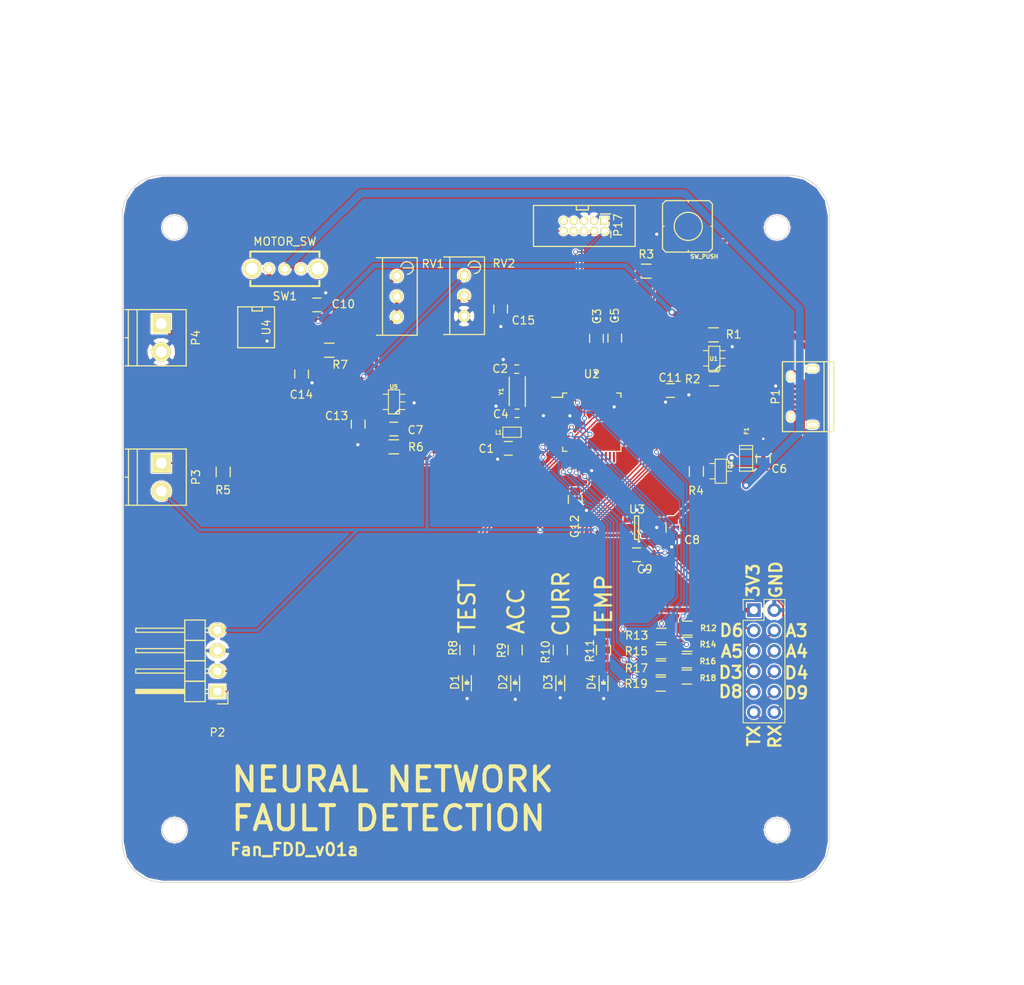
<source format=kicad_pcb>
(kicad_pcb (version 4) (host pcbnew 4.0.4-stable)
  (title_block (title "Sensory Adaptation Robot") (date 2016-03-10) (rev 0.1a) (company "Idle Hands Dev.") (comment 1 "Sean Hodgins"))
  (layers (0 F.Cu signal) (31 B.Cu signal) (34 B.Paste user) (35 F.Paste user) (36 B.SilkS user) (37 F.SilkS user) (38 B.Mask user) (39 F.Mask user) (44 Edge.Cuts user))
  (net 0 "")
  (net 1 GND)
  (net 2 "Net-(C1-Pad1)")
  (net 3 "Net-(C2-Pad1)")
  (net 4 +3V3)
  (net 5 "Net-(C4-Pad1)")
  (net 6 "Net-(C5-Pad1)")
  (net 7 VCOM)
  (net 8 VCC)
  (net 9 "Net-(F1-Pad1)")
  (net 10 USB_D-)
  (net 11 USB_D+)
  (net 12 USB_ID)
  (net 13 "Net-(P17-Pad7)")
  (net 14 "Net-(P17-Pad9)")
  (net 15 SWCLK)
  (net 16 "Net-(P17-Pad6)")
  (net 17 "Net-(P17-Pad8)")
  (net 18 RESET)
  (net 19 SWDIO)
  (net 20 "Net-(Q1-Pad3)")
  (net 21 USB_HOST_EN)
  (net 22 "Net-(U2-Pad4)")
  (net 23 "Net-(U2-Pad8)")
  (net 24 /TXO)
  (net 25 /RXI)
  (net 26 "Net-(U2-Pad37)")
  (net 27 "Net-(U2-Pad38)")
  (net 28 "Net-(U2-Pad21)")
  (net 29 "Net-(U2-Pad22)")
  (net 30 "Net-(C14-Pad1)")
  (net 31 ACC_SCL)
  (net 32 ACC_SDA)
  (net 33 "Net-(U2-Pad23)")
  (net 34 CURR)
  (net 35 "Net-(C7-Pad2)")
  (net 36 "Net-(C15-Pad1)")
  (net 37 TEMP)
  (net 38 "Net-(R7-Pad1)")
  (net 39 "Net-(R7-Pad2)")
  (net 40 "Net-(SW1-Pad1)")
  (net 41 "Net-(SW1-Pad3)")
  (net 42 "Net-(U2-Pad19)")
  (net 43 "Net-(U2-Pad20)")
  (net 44 "Net-(U2-Pad24)")
  (net 45 "Net-(U2-Pad30)")
  (net 46 "Net-(U2-Pad39)")
  (net 47 "Net-(U2-Pad48)")
  (net 48 "Net-(P4-Pad1)")
  (net 49 "Net-(D1-Pad2)")
  (net 50 "Net-(D2-Pad2)")
  (net 51 "Net-(D3-Pad2)")
  (net 52 "Net-(D4-Pad2)")
  (net 53 LED1)
  (net 54 LED2)
  (net 55 LED3)
  (net 56 LED4)
  (net 57 A3)
  (net 58 A4)
  (net 59 A5)
  (net 60 D8)
  (net 61 D9)
  (net 62 D4)
  (net 63 D3)
  (net 64 D6)
  (net 65 "Net-(P5-Pad3)")
  (net 66 "Net-(P5-Pad4)")
  (net 67 "Net-(P5-Pad5)")
  (net 68 "Net-(P5-Pad6)")
  (net 69 "Net-(P5-Pad7)")
  (net 70 "Net-(P5-Pad8)")
  (net 71 "Net-(P5-Pad9)")
  (net 72 "Net-(P5-Pad10)")
  (module Resistors_SMD:R_0805 (layer F.Cu) (at 225.14 160.24 180)
    (fp_text reference R17 (at 3.05 -0.04 180) (layer F.SilkS))
    (fp_text value 1k)
    (pad 1 smd rect (at -0.95 0 180) (size 0.7 1.3) (layers F.Cu F.Paste F.Mask) (net 70 "Net-(P5-Pad8)"))
    (pad 2 smd rect (at 0.95 0 180) (size 0.7 1.3) (layers F.Cu F.Paste F.Mask) (net 62 D4))
  )
  (module Pin_Headers:Pin_Header_Straight_2x06_Pitch2.54mm (layer F.Cu) (at 236.71 153.04)
    (fp_text reference P5 hide)
    (fp_text value CONN_02X06)
    (pad 1 thru_hole rect (at 0 0) (size 1.7 1.7) (drill 1) (layers *.Cu *.Mask) (net 4 +3V3))
    (pad 2 thru_hole oval (at 2.54 0) (size 1.7 1.7) (drill 1) (layers *.Cu *.Mask) (net 1 GND))
    (pad 3 thru_hole oval (at 0 2.54) (size 1.7 1.7) (drill 1) (layers *.Cu *.Mask) (net 65 "Net-(P5-Pad3)"))
    (pad 4 thru_hole oval (at 2.54 2.54) (size 1.7 1.7) (drill 1) (layers *.Cu *.Mask) (net 66 "Net-(P5-Pad4)"))
    (pad 5 thru_hole oval (at 0 5.08) (size 1.7 1.7) (drill 1) (layers *.Cu *.Mask) (net 67 "Net-(P5-Pad5)"))
    (pad 6 thru_hole oval (at 2.54 5.08) (size 1.7 1.7) (drill 1) (layers *.Cu *.Mask) (net 68 "Net-(P5-Pad6)"))
    (pad 7 thru_hole oval (at 0 7.62) (size 1.7 1.7) (drill 1) (layers *.Cu *.Mask) (net 69 "Net-(P5-Pad7)"))
    (pad 8 thru_hole oval (at 2.54 7.62) (size 1.7 1.7) (drill 1) (layers *.Cu *.Mask) (net 70 "Net-(P5-Pad8)"))
    (pad 9 thru_hole oval (at 0 10.16) (size 1.7 1.7) (drill 1) (layers *.Cu *.Mask) (net 71 "Net-(P5-Pad9)"))
    (pad 10 thru_hole oval (at 2.54 10.16) (size 1.7 1.7) (drill 1) (layers *.Cu *.Mask) (net 72 "Net-(P5-Pad10)"))
    (pad 11 thru_hole oval (at 0 12.7) (size 1.7 1.7) (drill 1) (layers *.Cu *.Mask) (net 24 /TXO))
    (pad 12 thru_hole oval (at 2.54 12.7) (size 1.7 1.7) (drill 1) (layers *.Cu *.Mask) (net 25 /RXI))
  )
  (module Capacitors_SMD:C_0805 (layer F.Cu) (at 206.143 132.905 180)
    (fp_text reference C1 (at 2.73 -0.04 180) (layer F.SilkS))
    (fp_text value 0.1uF)
    (pad 1 smd rect (at -1 0 180) (size 1 1.25) (layers F.Cu F.Paste F.Mask) (net 2 "Net-(C1-Pad1)"))
    (pad 2 smd rect (at 1 0 180) (size 1 1.25) (layers F.Cu F.Paste F.Mask) (net 1 GND))
  )
  (module project_footprints:C_0402_Hand (layer F.Cu) (at 207.19 123.045 180)
    (fp_text reference C2 (at 2.05 0.05 180) (layer F.SilkS))
    (fp_text value 15pF)
    (pad 1 smd rect (at -0.6 0 180) (size 0.7 0.6) (layers F.Cu F.Paste F.Mask) (net 3 "Net-(C2-Pad1)"))
    (pad 2 smd rect (at 0.6 0 180) (size 0.7 0.6) (layers F.Cu F.Paste F.Mask) (net 1 GND))
  )
  (module Capacitors_SMD:C_0805 (layer F.Cu) (at 217.12 119.22 90)
    (fp_text reference C3 (at 2.75 0.06 90) (layer F.SilkS))
    (fp_text value 0.1uF)
    (pad 1 smd rect (at -1 0 90) (size 1 1.25) (layers F.Cu F.Paste F.Mask) (net 4 +3V3))
    (pad 2 smd rect (at 1 0 90) (size 1 1.25) (layers F.Cu F.Paste F.Mask) (net 1 GND))
  )
  (module project_footprints:C_0402_Hand (layer F.Cu) (at 207.24 128.545 180)
    (fp_text reference C4 (at 2.025 -0.1 180) (layer F.SilkS))
    (fp_text value 15pF)
    (pad 1 smd rect (at -0.6 0 180) (size 0.7 0.6) (layers F.Cu F.Paste F.Mask) (net 5 "Net-(C4-Pad1)"))
    (pad 2 smd rect (at 0.6 0 180) (size 0.7 0.6) (layers F.Cu F.Paste F.Mask) (net 1 GND))
  )
  (module Capacitors_SMD:C_0805 (layer F.Cu) (at 219.4 119.18 90)
    (fp_text reference C5 (at 2.79 0 90) (layer F.SilkS))
    (fp_text value 0.1uF)
    (pad 1 smd rect (at -1 0 90) (size 1 1.25) (layers F.Cu F.Paste F.Mask) (net 6 "Net-(C5-Pad1)"))
    (pad 2 smd rect (at 1 0 90) (size 1 1.25) (layers F.Cu F.Paste F.Mask) (net 1 GND))
  )
  (module Capacitors_SMD:C_0805 (layer F.Cu) (at 237.895 134.2 90)
    (fp_text reference C6 (at -1.25 1.975 180) (layer F.SilkS))
    (fp_text value 2.2uF)
    (pad 1 smd rect (at -1 0 90) (size 1 1.25) (layers F.Cu F.Paste F.Mask) (net 7 VCOM))
    (pad 2 smd rect (at 1 0 90) (size 1 1.25) (layers F.Cu F.Paste F.Mask) (net 1 GND))
  )
  (module Capacitors_SMD:C_0805 (layer F.Cu) (at 191.895 130.5 180)
    (fp_text reference C7 (at -2.7 -0.125 180) (layer F.SilkS))
    (fp_text value 100pF)
    (pad 1 smd rect (at -1 0 180) (size 1 1.25) (layers F.Cu F.Paste F.Mask) (net 34 CURR))
    (pad 2 smd rect (at 1 0 180) (size 1 1.25) (layers F.Cu F.Paste F.Mask) (net 35 "Net-(C7-Pad2)"))
  )
  (module Capacitors_SMD:C_0805 (layer F.Cu) (at 226.63 142.86 270)
    (fp_text reference C8 (at 1.44 -2.39 360) (layer F.SilkS))
    (fp_text value 1uF)
    (pad 1 smd rect (at -1 0 270) (size 1 1.25) (layers F.Cu F.Paste F.Mask) (net 8 VCC))
    (pad 2 smd rect (at 1 0 270) (size 1 1.25) (layers F.Cu F.Paste F.Mask) (net 1 GND))
  )
  (module Capacitors_SMD:C_0805 (layer F.Cu) (at 222.12 146.15)
    (fp_text reference C9 (at 1 1.8) (layer F.SilkS))
    (fp_text value 2.2uF)
    (pad 1 smd rect (at -1 0) (size 1 1.25) (layers F.Cu F.Paste F.Mask) (net 4 +3V3))
    (pad 2 smd rect (at 1 0) (size 1 1.25) (layers F.Cu F.Paste F.Mask) (net 1 GND))
  )
  (module Capacitors_SMD:C_0805 (layer F.Cu) (at 182.32 115.05)
    (fp_text reference C10 (at 3.3 -0.1) (layer F.SilkS))
    (fp_text value 0.1uF)
    (pad 1 smd rect (at -1 0) (size 1 1.25) (layers F.Cu F.Paste F.Mask) (net 8 VCC))
    (pad 2 smd rect (at 1 0) (size 1 1.25) (layers F.Cu F.Paste F.Mask) (net 1 GND))
  )
  (module Capacitors_SMD:C_0805 (layer F.Cu) (at 226.33 125.71)
    (fp_text reference C11 (at -0.04 -1.6 180) (layer F.SilkS))
    (fp_text value 0.1uF)
    (pad 1 smd rect (at -1 0) (size 1 1.25) (layers F.Cu F.Paste F.Mask) (net 4 +3V3))
    (pad 2 smd rect (at 1 0) (size 1 1.25) (layers F.Cu F.Paste F.Mask) (net 1 GND))
  )
  (module Capacitors_SMD:C_0805 (layer F.Cu) (at 214.47 139.27 270)
    (fp_text reference C12 (at 3.35 0.05 270) (layer F.SilkS))
    (fp_text value 0.1uF)
    (pad 1 smd rect (at -1 0 270) (size 1 1.25) (layers F.Cu F.Paste F.Mask) (net 4 +3V3))
    (pad 2 smd rect (at 1 0 270) (size 1 1.25) (layers F.Cu F.Paste F.Mask) (net 1 GND))
  )
  (module Capacitors_SMD:C_0805 (layer F.Cu) (at 187.46 129.89 270)
    (fp_text reference C13 (at -1.025 2.675 360) (layer F.SilkS))
    (fp_text value 0.1uF)
    (pad 1 smd rect (at -1 0 270) (size 1 1.25) (layers F.Cu F.Paste F.Mask) (net 4 +3V3))
    (pad 2 smd rect (at 1 0 270) (size 1 1.25) (layers F.Cu F.Paste F.Mask) (net 1 GND))
  )
  (module Capacitors_SMD:C_0805 (layer F.Cu) (at 180.42 123.65 270)
    (fp_text reference C14 (at 2.56 0.03 360) (layer F.SilkS))
    (fp_text value 1000pF)
    (pad 1 smd rect (at -1 0 270) (size 1 1.25) (layers F.Cu F.Paste F.Mask) (net 30 "Net-(C14-Pad1)"))
    (pad 2 smd rect (at 1 0 270) (size 1 1.25) (layers F.Cu F.Paste F.Mask) (net 1 GND))
  )
  (module Capacitors_SMD:C_0805 (layer F.Cu) (at 205.195 115.575 270)
    (fp_text reference C15 (at 1.4 -2.825 360) (layer F.SilkS))
    (fp_text value 0.1uF)
    (pad 1 smd rect (at -1 0 270) (size 1 1.25) (layers F.Cu F.Paste F.Mask) (net 36 "Net-(C15-Pad1)"))
    (pad 2 smd rect (at 1 0 270) (size 1 1.25) (layers F.Cu F.Paste F.Mask) (net 1 GND))
  )
  (module project_footprints:c_1206 (layer F.Cu) (at 235.745 134.15 90)
    (fp_text reference F1 (at 3.4 0.05 90) (layer F.SilkS) (effects (font (size 0.50038 0.50038) (thickness 0.11938))))
    (fp_text value 500mA hide)
    (pad 1 smd rect (at 1.397 0 90) (size 1.6002 1.8034) (layers F.Cu F.Paste F.Mask) (net 9 "Net-(F1-Pad1)"))
    (pad 2 smd rect (at -1.397 0 90) (size 1.6002 1.8034) (layers F.Cu F.Paste F.Mask) (net 7 VCOM))
  )
  (module project_footprints:R_SM0603 (layer F.Cu) (at 206.608 130.9)
    (fp_text reference L1 (at -1.675 0.015 180) (layer F.SilkS) (effects (font (size 0.508 0.4572) (thickness 0.1143))))
    (fp_text value "FB - 30Ohm" hide)
    (pad 1 smd rect (at -0.762 0) (size 0.635 1.143) (layers F.Cu F.Paste F.Mask) (net 4 +3V3))
    (pad 2 smd rect (at 0.762 0) (size 0.635 1.143) (layers F.Cu F.Paste F.Mask) (net 2 "Net-(C1-Pad1)"))
  )
  (module Connect:USB_Micro-B (layer F.Cu) (at 242.85754 126.4741 90)
    (fp_text reference P1 (at 0 -3.45 90) (layer F.SilkS))
    (fp_text value USB_OTG)
    (pad 1 smd rect (at -1.3009 -1.56254 180) (size 1.35 0.4) (layers F.Cu F.Paste F.Mask) (net 9 "Net-(F1-Pad1)"))
    (pad 2 smd rect (at -0.6509 -1.56254 180) (size 1.35 0.4) (layers F.Cu F.Paste F.Mask) (net 10 USB_D-))
    (pad 3 smd rect (at -0.0009 -1.56254 180) (size 1.35 0.4) (layers F.Cu F.Paste F.Mask) (net 11 USB_D+))
    (pad 4 smd rect (at 0.6491 -1.56254 180) (size 1.35 0.4) (layers F.Cu F.Paste F.Mask) (net 12 USB_ID))
    (pad 5 smd rect (at 1.2991 -1.56254 180) (size 1.35 0.4) (layers F.Cu F.Paste F.Mask) (net 1 GND))
    (pad 0 thru_hole oval (at -2.5009 -1.56254 180) (size 0.95 1.25) (drill oval 0.55 0.85) (layers *.Cu *.Mask F.SilkS))
    (pad 0 thru_hole oval (at 2.4991 -1.56254 180) (size 0.95 1.25) (drill oval 0.55 0.85) (layers *.Cu *.Mask F.SilkS))
    (pad 0 thru_hole oval (at -3.5009 1.13746 180) (size 1.55 1) (drill oval 1.15 0.5) (layers *.Cu *.Mask F.SilkS))
    (pad 0 thru_hole oval (at 3.4991 1.13746 180) (size 1.55 1) (drill oval 1.15 0.5) (layers *.Cu *.Mask F.SilkS))
  )
  (module Pin_Headers:Pin_Header_Angled_1x04 (layer F.Cu) (at 169.945 163.165 180)
    (fp_text reference P2 (at 0 -5.1 180) (layer F.SilkS))
    (fp_text value CONN_01X04)
    (pad 1 thru_hole rect (at 0 0 180) (size 2.032 1.7272) (drill 1.016) (layers *.Cu *.Mask F.SilkS) (net 32 ACC_SDA))
    (pad 2 thru_hole oval (at 0 2.54 180) (size 2.032 1.7272) (drill 1.016) (layers *.Cu *.Mask F.SilkS) (net 31 ACC_SCL))
    (pad 3 thru_hole oval (at 0 5.08 180) (size 2.032 1.7272) (drill 1.016) (layers *.Cu *.Mask F.SilkS) (net 1 GND))
    (pad 4 thru_hole oval (at 0 7.62 180) (size 2.032 1.7272) (drill 1.016) (layers *.Cu *.Mask F.SilkS) (net 4 +3V3))
  )
  (module Resistors_SMD:R_0805 (layer F.Cu) (at 231.7 118.78)
    (fp_text reference R1 (at 2.49 -0.06) (layer F.SilkS))
    (fp_text value 100k)
    (pad 1 smd rect (at -0.95 0) (size 0.7 1.3) (layers F.Cu F.Paste F.Mask) (net 8 VCC))
    (pad 2 smd rect (at 0.95 0) (size 0.7 1.3) (layers F.Cu F.Paste F.Mask) (net 12 USB_ID))
  )
  (module Resistors_SMD:R_0805 (layer F.Cu) (at 231.75 124.25 180)
    (fp_text reference R2 (at 2.66 -0.04 180) (layer F.SilkS))
    (fp_text value 330)
    (pad 1 smd rect (at -0.95 0 180) (size 0.7 1.3) (layers F.Cu F.Paste F.Mask) (net 12 USB_ID))
    (pad 2 smd rect (at 0.95 0 180) (size 0.7 1.3) (layers F.Cu F.Paste F.Mask) (net 21 USB_HOST_EN))
  )
  (module Resistors_SMD:R_0805 (layer F.Cu) (at 223.32 110.85)
    (fp_text reference R3 (at 0 -2.1) (layer F.SilkS))
    (fp_text value 10k)
    (pad 1 smd rect (at -0.95 0) (size 0.7 1.3) (layers F.Cu F.Paste F.Mask) (net 4 +3V3))
    (pad 2 smd rect (at 0.95 0) (size 0.7 1.3) (layers F.Cu F.Paste F.Mask) (net 18 RESET))
  )
  (module Resistors_SMD:R_0805 (layer F.Cu) (at 229.56 135.79 90)
    (fp_text reference R4 (at -2.38 -0.05 180) (layer F.SilkS))
    (fp_text value 47K)
    (pad 1 smd rect (at -0.95 0 90) (size 0.7 1.3) (layers F.Cu F.Paste F.Mask) (net 8 VCC))
    (pad 2 smd rect (at 0.95 0 90) (size 0.7 1.3) (layers F.Cu F.Paste F.Mask) (net 20 "Net-(Q1-Pad3)"))
  )
  (module Resistors_SMD:R_0805 (layer F.Cu) (at 170.66 135.84 270)
    (fp_text reference R5 (at 2.26 0.02 360) (layer F.SilkS))
    (fp_text value 1k)
    (pad 1 smd rect (at -0.95 0 270) (size 0.7 1.3) (layers F.Cu F.Paste F.Mask) (net 37 TEMP))
    (pad 2 smd rect (at 0.95 0 270) (size 0.7 1.3) (layers F.Cu F.Paste F.Mask) (net 1 GND))
  )
  (module Resistors_SMD:R_0805 (layer F.Cu) (at 191.89 132.72)
    (fp_text reference R6 (at 2.75 0.02) (layer F.SilkS))
    (fp_text value 47k)
    (pad 1 smd rect (at -0.95 0) (size 0.7 1.3) (layers F.Cu F.Paste F.Mask) (net 35 "Net-(C7-Pad2)"))
    (pad 2 smd rect (at 0.95 0) (size 0.7 1.3) (layers F.Cu F.Paste F.Mask) (net 34 CURR))
  )
  (module Resistors_SMD:R_0805 (layer F.Cu) (at 183.87 120.69)
    (fp_text reference R7 (at 1.35 1.8) (layer F.SilkS))
    (fp_text value 1k)
    (pad 1 smd rect (at -0.95 0) (size 0.7 1.3) (layers F.Cu F.Paste F.Mask) (net 38 "Net-(R7-Pad1)"))
    (pad 2 smd rect (at 0.95 0) (size 0.7 1.3) (layers F.Cu F.Paste F.Mask) (net 39 "Net-(R7-Pad2)"))
  )
  (module project_footprints:sot23-5 (layer F.Cu) (at 231.78336 121.6975 90)
    (fp_text reference U1 (at -0.05 -0.07 180) (layer F.SilkS) (effects (font (size 0.5 0.5) (thickness 0.125))))
    (fp_text value 74AHC1G125 hide)
    (pad 1 smd rect (at -0.9525 1.05664 90) (size 0.59944 1.00076) (layers F.Cu F.Paste F.Mask) (net 12 USB_ID))
    (pad 3 smd rect (at 0.9525 1.05664 90) (size 0.59944 1.00076) (layers F.Cu F.Paste F.Mask) (net 1 GND))
    (pad 2 smd rect (at 0 1.05664 90) (size 0.59944 1.00076) (layers F.Cu F.Paste F.Mask) (net 12 USB_ID))
    (pad 4 smd rect (at 0.9525 -1.05664 90) (size 0.59944 1.00076) (layers F.Cu F.Paste F.Mask) (net 20 "Net-(Q1-Pad3)"))
    (pad 5 smd rect (at -0.9525 -1.05664 90) (size 0.59944 1.00076) (layers F.Cu F.Paste F.Mask) (net 8 VCC))
  )
  (module TO_SOT_Packages_SMD:SOT-23-5 (layer F.Cu) (at 222.12 142.775 180)
    (fp_text reference U3 (at -0.05 2.275 180) (layer F.SilkS))
    (fp_text value AP2112K-3.3V)
    (pad 1 smd rect (at -1.1 -0.95 180) (size 1.06 0.65) (layers F.Cu F.Paste F.Mask) (net 8 VCC))
    (pad 2 smd rect (at -1.1 0 180) (size 1.06 0.65) (layers F.Cu F.Paste F.Mask) (net 1 GND))
    (pad 3 smd rect (at -1.1 0.95 180) (size 1.06 0.65) (layers F.Cu F.Paste F.Mask) (net 8 VCC))
    (pad 4 smd rect (at 1.1 0.95 180) (size 1.06 0.65) (layers F.Cu F.Paste F.Mask))
    (pad 5 smd rect (at 1.1 -0.95 180) (size 1.06 0.65) (layers F.Cu F.Paste F.Mask) (net 4 +3V3))
  )
  (module SMD_Packages:SOIC-8-N (layer F.Cu) (at 174.76 117.84 270)
    (fp_text reference U4 (at 0 -1.27 270) (layer F.SilkS))
    (fp_text value ACS712)
    (pad 8 smd rect (at -1.905 -3.175 270) (size 0.508 1.143) (layers F.Cu F.Paste F.Mask) (net 8 VCC))
    (pad 7 smd rect (at -0.635 -3.175 270) (size 0.508 1.143) (layers F.Cu F.Paste F.Mask) (net 38 "Net-(R7-Pad1)"))
    (pad 6 smd rect (at 0.635 -3.175 270) (size 0.508 1.143) (layers F.Cu F.Paste F.Mask) (net 30 "Net-(C14-Pad1)"))
    (pad 5 smd rect (at 1.905 -3.175 270) (size 0.508 1.143) (layers F.Cu F.Paste F.Mask) (net 1 GND))
    (pad 4 smd rect (at 1.905 3.175 270) (size 0.508 1.143) (layers F.Cu F.Paste F.Mask) (net 48 "Net-(P4-Pad1)"))
    (pad 3 smd rect (at 0.635 3.175 270) (size 0.508 1.143) (layers F.Cu F.Paste F.Mask) (net 48 "Net-(P4-Pad1)"))
    (pad 2 smd rect (at -0.635 3.175 270) (size 0.508 1.143) (layers F.Cu F.Paste F.Mask) (net 41 "Net-(SW1-Pad3)"))
    (pad 1 smd rect (at -1.905 3.175 270) (size 0.508 1.143) (layers F.Cu F.Paste F.Mask) (net 41 "Net-(SW1-Pad3)"))
  )
  (module idlehands_footprints:sot23-5 (layer F.Cu) (at 191.92 127.125 90)
    (fp_text reference U5 (at 1.89 -0.04 180) (layer F.SilkS) (effects (font (size 0.5 0.5) (thickness 0.125))))
    (fp_text value OPA344 hide)
    (pad 1 smd rect (at -0.9525 1.05664 90) (size 0.59944 1.00076) (layers F.Cu F.Paste F.Mask) (net 34 CURR))
    (pad 3 smd rect (at 0.9525 1.05664 90) (size 0.59944 1.00076) (layers F.Cu F.Paste F.Mask) (net 36 "Net-(C15-Pad1)"))
    (pad 2 smd rect (at 0 1.05664 90) (size 0.59944 1.00076) (layers F.Cu F.Paste F.Mask) (net 1 GND))
    (pad 4 smd rect (at 0.9525 -1.05664 90) (size 0.59944 1.00076) (layers F.Cu F.Paste F.Mask) (net 35 "Net-(C7-Pad2)"))
    (pad 5 smd rect (at -0.9525 -1.05664 90) (size 0.59944 1.00076) (layers F.Cu F.Paste F.Mask) (net 4 +3V3))
  )
  (module idlehands_footprints:crystal_smd_3.20x1.50mm2 (layer F.Cu) (at 207.265 125.845 90)
    (fp_text reference Y1 (at 0 -2 90) (layer F.SilkS) (effects (font (size 0.5 0.5) (thickness 0.125))))
    (fp_text value Crystal_Small hide)
    (pad 1 smd rect (at -1.3 0 90) (size 1.1 1.9) (layers F.Cu F.Paste F.Mask) (net 5 "Net-(C4-Pad1)"))
    (pad 2 smd rect (at 1.3 0 90) (size 1.1 1.9) (layers F.Cu F.Paste F.Mask) (net 3 "Net-(C2-Pad1)"))
  )
  (module idlehands_footprints:Atmel_ICE_Connector_02x05 (layer F.Cu) (at 215.61 105.225 270)
    (fp_text reference P17 (at -0.1 -4.2 270) (layer F.SilkS))
    (fp_text value DBG_CONN)
    (pad 1 thru_hole rect (at -0.65 -2.5 270) (size 1.05 1.05) (drill 0.65) (layers *.Cu *.Mask F.SilkS) (net 4 +3V3))
    (pad 3 thru_hole circle (at -0.65 -1.23 270) (size 1.05 1.05) (drill 0.65) (layers *.Cu *.Mask F.SilkS) (net 1 GND))
    (pad 5 thru_hole circle (at -0.65 0.04 270) (size 1.05 1.05) (drill 0.65) (layers *.Cu *.Mask F.SilkS) (net 1 GND))
    (pad 7 thru_hole circle (at -0.65 1.31 270) (size 1.05 1.05) (drill 0.65) (layers *.Cu *.Mask F.SilkS) (net 13 "Net-(P17-Pad7)"))
    (pad 9 thru_hole circle (at -0.65 2.58 270) (size 1.05 1.05) (drill 0.65) (layers *.Cu *.Mask F.SilkS) (net 14 "Net-(P17-Pad9)"))
    (pad 4 thru_hole circle (at 0.62 -1.23 270) (size 1.05 1.05) (drill 0.65) (layers *.Cu *.Mask F.SilkS) (net 15 SWCLK))
    (pad 6 thru_hole circle (at 0.62 0.04 270) (size 1.05 1.05) (drill 0.65) (layers *.Cu *.Mask F.SilkS) (net 16 "Net-(P17-Pad6)"))
    (pad 8 thru_hole circle (at 0.62 1.31 270) (size 1.05 1.05) (drill 0.65) (layers *.Cu *.Mask F.SilkS) (net 17 "Net-(P17-Pad8)"))
    (pad 10 thru_hole circle (at 0.62 2.58 270) (size 1.05 1.05) (drill 0.65) (layers *.Cu *.Mask F.SilkS) (net 18 RESET))
    (pad 2 thru_hole circle (at 0.62 -2.5 270) (size 1.05 1.05) (drill 0.65) (layers *.Cu *.Mask F.SilkS) (net 19 SWDIO))
  )
  (module Potentiometers:Potentiometer_Bourns_3296W_3-8Zoll_Inline_ScrewUp (layer F.Cu) (at 192.27 111.46 180)
    (fp_text reference RV1 (at -4.5 1.51 180) (layer F.SilkS))
    (fp_text value POT)
    (pad 2 thru_hole circle (at 0 -2.54 180) (size 1.524 1.524) (drill 0.8128) (layers *.Cu *.Mask F.SilkS) (net 35 "Net-(C7-Pad2)"))
    (pad 3 thru_hole circle (at 0 -5.08 180) (size 1.524 1.524) (drill 0.8128) (layers *.Cu *.Mask F.SilkS) (net 35 "Net-(C7-Pad2)"))
    (pad 1 thru_hole circle (at 0 0 180) (size 1.524 1.524) (drill 0.8128) (layers *.Cu *.Mask F.SilkS) (net 39 "Net-(R7-Pad2)"))
  )
  (module Potentiometers:Potentiometer_Bourns_3296W_3-8Zoll_Inline_ScrewUp (layer F.Cu) (at 200.645 111.37 180)
    (fp_text reference RV2 (at -4.95 1.475 180) (layer F.SilkS))
    (fp_text value POT)
    (pad 2 thru_hole circle (at 0 -2.54 180) (size 1.524 1.524) (drill 0.8128) (layers *.Cu *.Mask F.SilkS) (net 36 "Net-(C15-Pad1)"))
    (pad 3 thru_hole circle (at 0 -5.08 180) (size 1.524 1.524) (drill 0.8128) (layers *.Cu *.Mask F.SilkS) (net 1 GND))
    (pad 1 thru_hole circle (at 0 0 180) (size 1.524 1.524) (drill 0.8128) (layers *.Cu *.Mask F.SilkS) (net 4 +3V3))
  )
  (module "idlehands_footprints:OS102011MS2QN1 Slide Switch" (layer F.Cu) (at 178.34 110.56 180)
    (fp_text reference SW1 (at 0 -3.4 180) (layer F.SilkS))
    (fp_text value MOTOR_SW (at 0 3.4 180) (layer F.SilkS))
    (pad "" thru_hole circle (at 4.1 0 180) (size 2.3 2.3) (drill 1.5) (layers *.Cu *.Mask F.SilkS))
    (pad "" thru_hole circle (at -4.1 0 180) (size 2.3 2.3) (drill 1.5) (layers *.Cu *.Mask F.SilkS))
    (pad 1 thru_hole circle (at -2 0 180) (size 1.4 1.4) (drill 0.8) (layers *.Cu *.Mask F.SilkS) (net 40 "Net-(SW1-Pad1)"))
    (pad 2 thru_hole circle (at 0 0 180) (size 1.4 1.4) (drill 0.8) (layers *.Cu *.Mask F.SilkS) (net 7 VCOM))
    (pad 3 thru_hole circle (at 2 0 180) (size 1.4 1.4) (drill 0.8) (layers *.Cu *.Mask F.SilkS) (net 41 "Net-(SW1-Pad3)"))
  )
  (module idlehands_footprints:PTS-LFS (layer F.Cu) (at 228.545 105.275 180)
    (fp_text reference SW4 hide)
    (fp_text value SW_PUSH (at -2 -3.75 180) (layer F.SilkS) (effects (font (size 0.5 0.5) (thickness 0.125))))
    (pad 1 smd rect (at 3.975 2.25 180) (size 1.55 1.3) (layers F.Cu F.Paste F.Mask) (net 18 RESET))
    (pad 2 smd rect (at 3.975 -2.25 180) (size 1.55 1.3) (layers F.Cu F.Paste F.Mask) (net 1 GND))
    (pad 3 smd rect (at -3.975 -2.25 180) (size 1.55 1.3) (layers F.Cu F.Paste F.Mask))
    (pad 4 smd rect (at -3.975 2.25 180) (size 1.55 1.3) (layers F.Cu F.Paste F.Mask))
  )
  (module project_footprints:TQFP-48_7x7mm_Pitch0.5mm (layer F.Cu) (at 216.545 129.65)
    (fp_text reference U2 (at 0 -6) (layer F.SilkS))
    (fp_text value SAMD21G18)
    (pad 1 smd rect (at -4.35 -2.75) (size 1.3 0.25) (layers F.Cu F.Paste F.Mask) (net 3 "Net-(C2-Pad1)"))
    (pad 2 smd rect (at -4.35 -2.25) (size 1.3 0.25) (layers F.Cu F.Paste F.Mask) (net 5 "Net-(C4-Pad1)"))
    (pad 3 smd rect (at -4.35 -1.75) (size 1.3 0.25) (layers F.Cu F.Paste F.Mask) (net 34 CURR))
    (pad 4 smd rect (at -4.35 -1.25) (size 1.3 0.25) (layers F.Cu F.Paste F.Mask) (net 22 "Net-(U2-Pad4)"))
    (pad 5 smd rect (at -4.35 -0.75) (size 1.3 0.25) (layers F.Cu F.Paste F.Mask) (net 1 GND))
    (pad 6 smd rect (at -4.35 -0.25) (size 1.3 0.25) (layers F.Cu F.Paste F.Mask) (net 2 "Net-(C1-Pad1)"))
    (pad 7 smd rect (at -4.35 0.25) (size 1.3 0.25) (layers F.Cu F.Paste F.Mask) (net 37 TEMP))
    (pad 8 smd rect (at -4.35 0.75) (size 1.3 0.25) (layers F.Cu F.Paste F.Mask) (net 23 "Net-(U2-Pad8)"))
    (pad 9 smd rect (at -4.35 1.25) (size 1.3 0.25) (layers F.Cu F.Paste F.Mask) (net 57 A3))
    (pad 10 smd rect (at -4.35 1.75) (size 1.3 0.25) (layers F.Cu F.Paste F.Mask) (net 58 A4))
    (pad 11 smd rect (at -4.35 2.25) (size 1.3 0.25) (layers F.Cu F.Paste F.Mask) (net 60 D8))
    (pad 12 smd rect (at -4.35 2.75) (size 1.3 0.25) (layers F.Cu F.Paste F.Mask) (net 61 D9))
    (pad 13 smd rect (at -2.75 4.35 90) (size 1.3 0.25) (layers F.Cu F.Paste F.Mask) (net 62 D4))
    (pad 14 smd rect (at -2.25 4.35 90) (size 1.3 0.25) (layers F.Cu F.Paste F.Mask) (net 63 D3))
    (pad 15 smd rect (at -1.75 4.35 90) (size 1.3 0.25) (layers F.Cu F.Paste F.Mask) (net 24 /TXO))
    (pad 16 smd rect (at -1.25 4.35 90) (size 1.3 0.25) (layers F.Cu F.Paste F.Mask) (net 25 /RXI))
    (pad 17 smd rect (at -0.75 4.35 90) (size 1.3 0.25) (layers F.Cu F.Paste F.Mask) (net 4 +3V3))
    (pad 18 smd rect (at -0.25 4.35 90) (size 1.3 0.25) (layers F.Cu F.Paste F.Mask) (net 1 GND))
    (pad 19 smd rect (at 0.25 4.35 90) (size 1.3 0.25) (layers F.Cu F.Paste F.Mask) (net 42 "Net-(U2-Pad19)"))
    (pad 20 smd rect (at 0.75 4.35 90) (size 1.3 0.25) (layers F.Cu F.Paste F.Mask) (net 43 "Net-(U2-Pad20)"))
    (pad 21 smd rect (at 1.25 4.35 90) (size 1.3 0.25) (layers F.Cu F.Paste F.Mask) (net 28 "Net-(U2-Pad21)"))
    (pad 22 smd rect (at 1.75 4.35 90) (size 1.3 0.25) (layers F.Cu F.Paste F.Mask) (net 29 "Net-(U2-Pad22)"))
    (pad 23 smd rect (at 2.25 4.35 90) (size 1.3 0.25) (layers F.Cu F.Paste F.Mask) (net 33 "Net-(U2-Pad23)"))
    (pad 24 smd rect (at 2.75 4.35 90) (size 1.3 0.25) (layers F.Cu F.Paste F.Mask) (net 44 "Net-(U2-Pad24)"))
    (pad 25 smd rect (at 4.35 2.75) (size 1.3 0.25) (layers F.Cu F.Paste F.Mask) (net 53 LED1))
    (pad 26 smd rect (at 4.35 2.25) (size 1.3 0.25) (layers F.Cu F.Paste F.Mask) (net 54 LED2))
    (pad 27 smd rect (at 4.35 1.75) (size 1.3 0.25) (layers F.Cu F.Paste F.Mask) (net 55 LED3))
    (pad 28 smd rect (at 4.35 1.25) (size 1.3 0.25) (layers F.Cu F.Paste F.Mask) (net 56 LED4))
    (pad 29 smd rect (at 4.35 0.75) (size 1.3 0.25) (layers F.Cu F.Paste F.Mask) (net 64 D6))
    (pad 30 smd rect (at 4.35 0.25) (size 1.3 0.25) (layers F.Cu F.Paste F.Mask) (net 45 "Net-(U2-Pad30)"))
    (pad 31 smd rect (at 4.35 -0.25) (size 1.3 0.25) (layers F.Cu F.Paste F.Mask) (net 32 ACC_SDA))
    (pad 32 smd rect (at 4.35 -0.75) (size 1.3 0.25) (layers F.Cu F.Paste F.Mask) (net 31 ACC_SCL))
    (pad 33 smd rect (at 4.35 -1.25) (size 1.3 0.25) (layers F.Cu F.Paste F.Mask) (net 10 USB_D-))
    (pad 34 smd rect (at 4.35 -1.75) (size 1.3 0.25) (layers F.Cu F.Paste F.Mask) (net 11 USB_D+))
    (pad 35 smd rect (at 4.35 -2.25) (size 1.3 0.25) (layers F.Cu F.Paste F.Mask) (net 1 GND))
    (pad 36 smd rect (at 4.35 -2.75) (size 1.3 0.25) (layers F.Cu F.Paste F.Mask) (net 4 +3V3))
    (pad 37 smd rect (at 2.75 -4.35 90) (size 1.3 0.25) (layers F.Cu F.Paste F.Mask) (net 26 "Net-(U2-Pad37)"))
    (pad 38 smd rect (at 2.25 -4.35 90) (size 1.3 0.25) (layers F.Cu F.Paste F.Mask) (net 27 "Net-(U2-Pad38)"))
    (pad 39 smd rect (at 1.75 -4.35 90) (size 1.3 0.25) (layers F.Cu F.Paste F.Mask) (net 46 "Net-(U2-Pad39)"))
    (pad 40 smd rect (at 1.25 -4.35 90) (size 1.3 0.25) (layers F.Cu F.Paste F.Mask) (net 18 RESET))
    (pad 41 smd rect (at 0.75 -4.35 90) (size 1.3 0.25) (layers F.Cu F.Paste F.Mask) (net 21 USB_HOST_EN))
    (pad 42 smd rect (at 0.25 -4.35 90) (size 1.3 0.25) (layers F.Cu F.Paste F.Mask) (net 1 GND))
    (pad 43 smd rect (at -0.25 -4.35 90) (size 1.3 0.25) (layers F.Cu F.Paste F.Mask) (net 6 "Net-(C5-Pad1)"))
    (pad 44 smd rect (at -0.75 -4.35 90) (size 1.3 0.25) (layers F.Cu F.Paste F.Mask) (net 4 +3V3))
    (pad 45 smd rect (at -1.25 -4.35 90) (size 1.3 0.25) (layers F.Cu F.Paste F.Mask) (net 15 SWCLK))
    (pad 46 smd rect (at -1.75 -4.35 90) (size 1.3 0.25) (layers F.Cu F.Paste F.Mask) (net 19 SWDIO))
    (pad 47 smd rect (at -2.25 -4.35 90) (size 1.3 0.25) (layers F.Cu F.Paste F.Mask) (net 59 A5))
    (pad 48 smd rect (at -2.75 -4.35 90) (size 1.3 0.25) (layers F.Cu F.Paste F.Mask) (net 47 "Net-(U2-Pad48)"))
  )
  (module idlehands_footprints:DMG2307L (layer F.Cu) (at 232.595 135.75 270)
    (fp_text reference Q1 (at -0.81 -1.19 270) (layer F.SilkS) (effects (font (size 0.5 0.5) (thickness 0.125))))
    (fp_text value Q_PMOS_DSG hide)
    (pad 3 smd rect (at -0.9525 1.05664 270) (size 0.59944 1.00076) (layers F.Cu F.Paste F.Mask) (net 20 "Net-(Q1-Pad3)"))
    (pad 1 smd rect (at 0 -1.05664 270) (size 0.59944 1.00076) (layers F.Cu F.Paste F.Mask) (net 7 VCOM))
    (pad 2 smd rect (at 0.9525 1.05664 270) (size 0.59944 1.00076) (layers F.Cu F.Paste F.Mask) (net 8 VCC))
  )
  (module Terminal_Blocks:TerminalBlock_Pheonix_PT-3.5mm_2pol (layer F.Cu) (at 162.97 134.74 270)
    (fp_text reference P3 (at 1.75 -4.3 270) (layer F.SilkS))
    (fp_text value THERM)
    (pad 2 thru_hole circle (at 3.5 0 270) (size 2.4 2.4) (drill 1.35) (layers *.Cu *.Mask F.SilkS) (net 4 +3V3))
    (pad 1 thru_hole rect (at 0 0 270) (size 2.4 2.4) (drill 1.35) (layers *.Cu *.Mask F.SilkS) (net 37 TEMP))
  )
  (module Terminal_Blocks:TerminalBlock_Pheonix_PT-3.5mm_2pol (layer F.Cu) (at 162.95 117.39 270)
    (fp_text reference P4 (at 1.75 -4.3 270) (layer F.SilkS))
    (fp_text value MOTOR)
    (pad 2 thru_hole circle (at 3.5 0 270) (size 2.4 2.4) (drill 1.35) (layers *.Cu *.Mask F.SilkS) (net 1 GND))
    (pad 1 thru_hole rect (at 0 0 270) (size 2.4 2.4) (drill 1.35) (layers *.Cu *.Mask F.SilkS) (net 48 "Net-(P4-Pad1)"))
  )
  (module LEDs:LED-0603 (layer F.Cu) (at 201 162 90)
    (fp_text reference D1 (at 0 -1.5 90) (layer F.SilkS))
    (fp_text value LED)
    (pad 2 smd rect (at 0.7493 0 270) (size 0.79756 0.79756) (layers F.Cu F.Paste F.Mask) (net 49 "Net-(D1-Pad2)"))
    (pad 1 smd rect (at -0.7493 0 270) (size 0.79756 0.79756) (layers F.Cu F.Paste F.Mask) (net 1 GND))
  )
  (module LEDs:LED-0603 (layer F.Cu) (at 207 162 90)
    (fp_text reference D2 (at 0 -1.5 90) (layer F.SilkS))
    (fp_text value LED)
    (pad 2 smd rect (at 0.7493 0 270) (size 0.79756 0.79756) (layers F.Cu F.Paste F.Mask) (net 50 "Net-(D2-Pad2)"))
    (pad 1 smd rect (at -0.7493 0 270) (size 0.79756 0.79756) (layers F.Cu F.Paste F.Mask) (net 1 GND))
  )
  (module LEDs:LED-0603 (layer F.Cu) (at 212.62 162 90)
    (fp_text reference D3 (at 0 -1.5 90) (layer F.SilkS))
    (fp_text value LED)
    (pad 2 smd rect (at 0.7493 0 270) (size 0.79756 0.79756) (layers F.Cu F.Paste F.Mask) (net 51 "Net-(D3-Pad2)"))
    (pad 1 smd rect (at -0.7493 0 270) (size 0.79756 0.79756) (layers F.Cu F.Paste F.Mask) (net 1 GND))
  )
  (module LEDs:LED-0603 (layer F.Cu) (at 218 162 90)
    (fp_text reference D4 (at 0 -1.5 90) (layer F.SilkS))
    (fp_text value LED)
    (pad 2 smd rect (at 0.7493 0 270) (size 0.79756 0.79756) (layers F.Cu F.Paste F.Mask) (net 52 "Net-(D4-Pad2)"))
    (pad 1 smd rect (at -0.7493 0 270) (size 0.79756 0.79756) (layers F.Cu F.Paste F.Mask) (net 1 GND))
  )
  (module Resistors_SMD:R_0805 (layer F.Cu) (at 201 158 270)
    (fp_text reference R8 (at -0.26 1.73 270) (layer F.SilkS))
    (fp_text value 1k)
    (pad 1 smd rect (at -0.95 0 270) (size 0.7 1.3) (layers F.Cu F.Paste F.Mask) (net 53 LED1))
    (pad 2 smd rect (at 0.95 0 270) (size 0.7 1.3) (layers F.Cu F.Paste F.Mask) (net 49 "Net-(D1-Pad2)"))
  )
  (module Resistors_SMD:R_0805 (layer F.Cu) (at 207 158 270)
    (fp_text reference R9 (at 0.05 1.68 270) (layer F.SilkS))
    (fp_text value 1k)
    (pad 1 smd rect (at -0.95 0 270) (size 0.7 1.3) (layers F.Cu F.Paste F.Mask) (net 54 LED2))
    (pad 2 smd rect (at 0.95 0 270) (size 0.7 1.3) (layers F.Cu F.Paste F.Mask) (net 50 "Net-(D2-Pad2)"))
  )
  (module Resistors_SMD:R_0805 (layer F.Cu) (at 212.62 158 270)
    (fp_text reference R10 (at 0.26 1.83 270) (layer F.SilkS))
    (fp_text value 1k)
    (pad 1 smd rect (at -0.95 0 270) (size 0.7 1.3) (layers F.Cu F.Paste F.Mask) (net 55 LED3))
    (pad 2 smd rect (at 0.95 0 270) (size 0.7 1.3) (layers F.Cu F.Paste F.Mask) (net 51 "Net-(D3-Pad2)"))
  )
  (module Resistors_SMD:R_0805 (layer F.Cu) (at 218 158 270)
    (fp_text reference R11 (at 0.1 1.7 270) (layer F.SilkS))
    (fp_text value 1k)
    (pad 1 smd rect (at -0.95 0 270) (size 0.7 1.3) (layers F.Cu F.Paste F.Mask) (net 56 LED4))
    (pad 2 smd rect (at 0.95 0 270) (size 0.7 1.3) (layers F.Cu F.Paste F.Mask) (net 52 "Net-(D4-Pad2)"))
  )
  (module Resistors_SMD:R_0805 (layer F.Cu) (at 228.43 155.28)
    (fp_text reference R12 (at 2.63 0) (layer F.SilkS) (effects (font (size 0.7 0.7))))
    (fp_text value 1k)
    (pad 1 smd rect (at -0.95 0) (size 0.7 1.3) (layers F.Cu F.Paste F.Mask) (net 64 D6))
    (pad 2 smd rect (at 0.95 0) (size 0.7 1.3) (layers F.Cu F.Paste F.Mask) (net 65 "Net-(P5-Pad3)"))
  )
  (module Resistors_SMD:R_0805 (layer F.Cu) (at 225.21 156.18 180)
    (fp_text reference R13 (at 3.08 -0.02 180) (layer F.SilkS))
    (fp_text value 1k)
    (pad 1 smd rect (at -0.95 0 180) (size 0.7 1.3) (layers F.Cu F.Paste F.Mask) (net 66 "Net-(P5-Pad4)"))
    (pad 2 smd rect (at 0.95 0 180) (size 0.7 1.3) (layers F.Cu F.Paste F.Mask) (net 57 A3))
  )
  (module Resistors_SMD:R_0805 (layer F.Cu) (at 228.42 157.29)
    (fp_text reference R14 (at 2.58 0.02) (layer F.SilkS) (effects (font (size 0.7 0.7))))
    (fp_text value 1k)
    (pad 1 smd rect (at -0.95 0) (size 0.7 1.3) (layers F.Cu F.Paste F.Mask) (net 59 A5))
    (pad 2 smd rect (at 0.95 0) (size 0.7 1.3) (layers F.Cu F.Paste F.Mask) (net 67 "Net-(P5-Pad5)"))
  )
  (module Resistors_SMD:R_0805 (layer F.Cu) (at 225.15 158.22 180)
    (fp_text reference R15 (at 3.07 0.07 180) (layer F.SilkS))
    (fp_text value 1k)
    (pad 1 smd rect (at -0.95 0 180) (size 0.7 1.3) (layers F.Cu F.Paste F.Mask) (net 68 "Net-(P5-Pad6)"))
    (pad 2 smd rect (at 0.95 0 180) (size 0.7 1.3) (layers F.Cu F.Paste F.Mask) (net 58 A4))
  )
  (module Resistors_SMD:R_0805 (layer F.Cu) (at 228.36 159.36)
    (fp_text reference R16 (at 2.62 0.05) (layer F.SilkS) (effects (font (size 0.7 0.7))))
    (fp_text value 1k)
    (pad 1 smd rect (at -0.95 0) (size 0.7 1.3) (layers F.Cu F.Paste F.Mask) (net 63 D3))
    (pad 2 smd rect (at 0.95 0) (size 0.7 1.3) (layers F.Cu F.Paste F.Mask) (net 69 "Net-(P5-Pad7)"))
  )
  (module Resistors_SMD:R_0805 (layer F.Cu) (at 228.38 161.37)
    (fp_text reference R18 (at 2.62 0.12) (layer F.SilkS) (effects (font (size 0.7 0.7))))
    (fp_text value 1k)
    (pad 1 smd rect (at -0.95 0) (size 0.7 1.3) (layers F.Cu F.Paste F.Mask) (net 60 D8))
    (pad 2 smd rect (at 0.95 0) (size 0.7 1.3) (layers F.Cu F.Paste F.Mask) (net 71 "Net-(P5-Pad9)"))
  )
  (module Resistors_SMD:R_0805 (layer F.Cu) (at 225.13 162.25 180)
    (fp_text reference R19 (at 3.07 0.04 180) (layer F.SilkS))
    (fp_text value 1k)
    (pad 1 smd rect (at -0.95 0 180) (size 0.7 1.3) (layers F.Cu F.Paste F.Mask) (net 72 "Net-(P5-Pad10)"))
    (pad 2 smd rect (at 0.95 0 180) (size 0.7 1.3) (layers F.Cu F.Paste F.Mask) (net 61 D9))
  )
  (gr_text RX (at 239.34 168.78 90) (layer F.SilkS) (effects (font (size 1.5 1.5) (thickness 0.3))))
  (gr_text TX (at 236.71 168.71 90) (layer F.SilkS) (effects (font (size 1.5 1.5) (thickness 0.3))))
  (gr_text D9 (at 242 163.34) (layer F.SilkS) (effects (font (size 1.5 1.5) (thickness 0.3))))
  (gr_text D8 (at 233.83 163.19) (layer F.SilkS) (effects (font (size 1.5 1.5) (thickness 0.3))))
  (gr_text D4 (at 242.01 160.86) (layer F.SilkS) (effects (font (size 1.5 1.5) (thickness 0.3))))
  (gr_text D3 (at 233.83 160.8) (layer F.SilkS) (effects (font (size 1.5 1.5) (thickness 0.3))))
  (gr_text A4 (at 242.06 158.18) (layer F.SilkS) (effects (font (size 1.5 1.5) (thickness 0.3))))
  (gr_text A5 (at 233.99 158.19) (layer F.SilkS) (effects (font (size 1.5 1.5) (thickness 0.3))))
  (gr_text A3 (at 242.04 155.62) (layer F.SilkS) (effects (font (size 1.5 1.5) (thickness 0.3))))
  (gr_text D6 (at 233.93 155.58) (layer F.SilkS) (effects (font (size 1.5 1.5) (thickness 0.3))))
  (gr_text GND (at 239.45 149.27 90) (layer F.SilkS) (effects (font (size 1.5 1.5) (thickness 0.3))))
  (gr_text 3V3 (at 236.62 149.34 90) (layer F.SilkS) (effects (font (size 1.5 1.5) (thickness 0.3))))
  (gr_text Fan_FDD_v01a (at 179.52 182.85) (layer F.SilkS) (effects (font (size 1.5 1.5) (thickness 0.3))))
  (gr_text "NEURAL NETWORK\nFAULT DETECTION\n\n" (at 171.42 178.95) (layer F.SilkS) (effects (font (size 3 3) (thickness 0.5)) (justify left)))
  (gr_text CURR (at 212.72 152.25 90) (layer F.SilkS) (effects (font (size 2 2) (thickness 0.3))))
  (gr_text TEMP (at 218.02 152.45 90) (layer F.SilkS) (effects (font (size 2 2) (thickness 0.3))))
  (gr_text ACC (at 207.12 153.15 90) (layer F.SilkS) (effects (font (size 2 2) (thickness 0.3))))
  (gr_text TEST (at 201.02 152.55 90) (layer F.SilkS) (effects (font (size 2 2) (thickness 0.3))))
  (gr_circle (center 239.6 180.41) (end 238.1 180.41) (layer Edge.Cuts) (width 0.1))
  (gr_circle (center 164.6 180.41) (end 163.1 180.41) (layer Edge.Cuts) (width 0.1))
  (gr_circle (center 164.6 105.41) (end 163.1 105.41) (layer Edge.Cuts) (width 0.1))
  (gr_circle (center 239.6 105.41) (end 238.1 105.41) (layer Edge.Cuts) (width 0.1))
  (gr_line (start 158.1 181.91) (end 158.1 103.91) (layer Edge.Cuts) (width 0.1))
  (gr_arc (start 163.1 103.91) (end 163.1 98.91) (angle -90.000003) (layer Edge.Cuts) (width 0.1))
  (gr_line (start 163.1 98.91) (end 241.1 98.91) (layer Edge.Cuts) (width 0.1))
  (gr_arc (start 241.1 103.91) (end 246.1 103.91) (angle -89.999992) (layer Edge.Cuts) (width 0.1))
  (gr_line (start 246.1 103.91) (end 246.1 181.91) (layer Edge.Cuts) (width 0.1))
  (gr_arc (start 241.1 181.91) (end 241.1 186.91) (angle -89.999992) (layer Edge.Cuts) (width 0.1))
  (gr_line (start 241.1 186.91) (end 163.1 186.91) (layer Edge.Cuts) (width 0.1))
  (gr_arc (start 163.1 181.91) (end 158.1 181.91) (angle -90.000003) (layer Edge.Cuts) (width 0.1))
  (via (at 226.47999 145.17) (size 0.6) (drill 0.4) (layers F.Cu B.Cu) (net 1))
  (segment (start 226.63 145.01999) (end 226.47999 145.17) (width 0.4) (layer F.Cu) (net 1))
  (segment (start 226.63 143.86) (end 226.63 145.01999) (width 0.4) (layer F.Cu) (net 1))
  (segment (start 223.12 146.15) (end 223.12 148.06) (width 0.4) (layer F.Cu) (net 1))
  (segment (start 223.12 148.06) (end 223.1 148.08) (width 0.4) (layer F.Cu) (net 1))
  (via (at 223.1 148.08) (size 0.6) (drill 0.4) (layers F.Cu B.Cu) (net 1))
  (via (at 215.872885 140.630697) (size 0.6) (drill 0.4) (layers F.Cu B.Cu) (net 1))
  (segment (start 214.47 140.27) (end 215.512188 140.27) (width 0.2) (layer F.Cu) (net 1))
  (segment (start 215.572886 140.330698) (end 215.872885 140.630697) (width 0.2) (layer F.Cu) (net 1))
  (segment (start 215.512188 140.27) (end 215.572886 140.330698) (width 0.2) (layer F.Cu) (net 1))
  (segment (start 216.295 134) (end 216.295 135.451632) (width 0.2) (layer F.Cu) (net 1))
  (via (at 216.520072 135.676704) (size 0.6) (drill 0.4) (layers F.Cu B.Cu) (net 1))
  (segment (start 216.295 135.451632) (end 216.520072 135.676704) (width 0.2) (layer F.Cu) (net 1))
  (segment (start 223.22 142.775) (end 222.49 142.775) (width 0.2) (layer F.Cu) (net 1))
  (segment (start 222.49 142.775) (end 222.17 142.455) (width 0.2) (layer F.Cu) (net 1))
  (via (at 222.17 140.58) (size 0.6) (drill 0.4) (layers F.Cu B.Cu) (net 1))
  (segment (start 222.17 142.455) (end 222.17 140.58) (width 0.2) (layer F.Cu) (net 1))
  (segment (start 237.895 133.2) (end 237.895 131.735) (width 0.4) (layer F.Cu) (net 1))
  (segment (start 237.895 131.735) (end 237.88 131.72) (width 0.4) (layer F.Cu) (net 1))
  (via (at 237.88 131.72) (size 0.6) (drill 0.3) (layers F.Cu B.Cu) (net 1))
  (segment (start 225.37 127.4) (end 225.47 127.4) (width 0.2) (layer F.Cu) (net 1))
  (segment (start 225.47 127.4) (end 225.72 127.15) (width 0.2) (layer F.Cu) (net 1))
  (via (at 225.72 127.15) (size 0.6) (drill 0.4) (layers F.Cu B.Cu) (net 1))
  (segment (start 219.42 116.65) (end 217.22 116.65) (width 0.2) (layer B.Cu) (net 1))
  (segment (start 217.22 116.65) (end 217.12 116.75) (width 0.2) (layer B.Cu) (net 1))
  (segment (start 219.4 118.18) (end 219.4 116.67) (width 0.2) (layer F.Cu) (net 1))
  (segment (start 219.4 116.67) (end 219.42 116.65) (width 0.2) (layer F.Cu) (net 1))
  (via (at 219.42 116.65) (size 0.6) (drill 0.4) (layers F.Cu B.Cu) (net 1))
  (segment (start 217.12 118.22) (end 217.12 116.75) (width 0.2) (layer F.Cu) (net 1))
  (via (at 217.12 116.75) (size 0.6) (drill 0.4) (layers F.Cu B.Cu) (net 1))
  (segment (start 205.195 116.575) (end 205.195 117.725) (width 0.2) (layer F.Cu) (net 1))
  (segment (start 205.195 117.725) (end 205.22 117.75) (width 0.2) (layer F.Cu) (net 1))
  (via (at 205.22 117.75) (size 0.6) (drill 0.4) (layers F.Cu B.Cu) (net 1))
  (segment (start 206.59 123.045) (end 206.59 122.92) (width 0.2) (layer F.Cu) (net 1))
  (segment (start 206.59 122.92) (end 205.52 121.85) (width 0.2) (layer F.Cu) (net 1))
  (via (at 205.52 121.85) (size 0.6) (drill 0.4) (layers F.Cu B.Cu) (net 1))
  (segment (start 206.64 128.545) (end 206.59 128.545) (width 0.2) (layer F.Cu) (net 1))
  (segment (start 206.59 128.545) (end 205.695 127.65) (width 0.2) (layer F.Cu) (net 1))
  (segment (start 205.695 127.65) (end 204.62 127.65) (width 0.2) (layer F.Cu) (net 1))
  (via (at 204.62 127.65) (size 0.6) (drill 0.4) (layers F.Cu B.Cu) (net 1))
  (segment (start 218 162.7493) (end 218 164.03) (width 0.2) (layer F.Cu) (net 1))
  (via (at 218.02 164.05) (size 0.6) (drill 0.4) (layers F.Cu B.Cu) (net 1))
  (segment (start 218 164.03) (end 218.02 164.05) (width 0.2) (layer F.Cu) (net 1))
  (segment (start 212.62 162.7493) (end 212.62 163.95) (width 0.2) (layer F.Cu) (net 1))
  (via (at 212.62 163.95) (size 0.6) (drill 0.4) (layers F.Cu B.Cu) (net 1))
  (segment (start 207 162.7493) (end 207 164.13) (width 0.2) (layer F.Cu) (net 1))
  (segment (start 207 164.13) (end 207.02 164.15) (width 0.2) (layer F.Cu) (net 1))
  (via (at 207.02 164.15) (size 0.6) (drill 0.4) (layers F.Cu B.Cu) (net 1))
  (segment (start 201 162.7493) (end 201 164.03) (width 0.2) (layer F.Cu) (net 1))
  (segment (start 201 164.03) (end 201.02 164.05) (width 0.2) (layer F.Cu) (net 1))
  (via (at 201.02 164.05) (size 0.6) (drill 0.4) (layers F.Cu B.Cu) (net 1))
  (segment (start 226.62 143.87) (end 226.63 143.86) (width 0.2) (layer F.Cu) (net 1))
  (segment (start 223.22 142.775) (end 224.595 142.775) (width 0.2) (layer F.Cu) (net 1))
  (segment (start 224.595 142.775) (end 224.62 142.75) (width 0.2) (layer F.Cu) (net 1))
  (via (at 224.62 142.75) (size 0.6) (drill 0.4) (layers F.Cu B.Cu) (net 1))
  (segment (start 224.62 106.25) (end 224.92 106.25) (width 0.2) (layer B.Cu) (net 1))
  (segment (start 224.57 107.525) (end 224.57 106.3) (width 0.2) (layer F.Cu) (net 1))
  (segment (start 224.57 106.3) (end 224.62 106.25) (width 0.2) (layer F.Cu) (net 1))
  (via (at 224.62 106.25) (size 0.6) (drill 0.4) (layers F.Cu B.Cu) (net 1))
  (segment (start 180.42 124.65) (end 181.62 124.65) (width 0.2) (layer F.Cu) (net 1))
  (segment (start 181.62 124.65) (end 181.72 124.75) (width 0.2) (layer F.Cu) (net 1))
  (via (at 181.72 124.75) (size 0.6) (drill 0.4) (layers F.Cu B.Cu) (net 1))
  (segment (start 177.935 119.745) (end 176.315 119.745) (width 0.2) (layer F.Cu) (net 1))
  (segment (start 176.315 119.745) (end 176.12 119.55) (width 0.2) (layer F.Cu) (net 1))
  (via (at 176.12 119.55) (size 0.6) (drill 0.4) (layers F.Cu B.Cu) (net 1))
  (segment (start 183.32 115.05) (end 183.32 113.65) (width 0.2) (layer F.Cu) (net 1))
  (segment (start 183.32 113.65) (end 183.42 113.55) (width 0.2) (layer F.Cu) (net 1))
  (via (at 183.42 113.55) (size 0.6) (drill 0.4) (layers F.Cu B.Cu) (net 1))
  (segment (start 205.143 132.905) (end 205.143 133.927) (width 0.2) (layer F.Cu) (net 1))
  (segment (start 205.143 133.927) (end 204.82 134.25) (width 0.2) (layer F.Cu) (net 1))
  (via (at 204.82 134.25) (size 0.6) (drill 0.4) (layers F.Cu B.Cu) (net 1))
  (segment (start 192.97664 127.125) (end 194.295 127.125) (width 0.2) (layer F.Cu) (net 1))
  (segment (start 194.295 127.125) (end 194.42 127.25) (width 0.2) (layer F.Cu) (net 1))
  (via (at 194.42 127.25) (size 0.6) (drill 0.4) (layers F.Cu B.Cu) (net 1))
  (segment (start 187.46 130.89) (end 187.46 132.41) (width 0.2) (layer F.Cu) (net 1))
  (segment (start 187.46 132.41) (end 187.42 132.45) (width 0.2) (layer F.Cu) (net 1))
  (via (at 187.42 132.45) (size 0.6) (drill 0.4) (layers F.Cu B.Cu) (net 1))
  (segment (start 212.195 128.9) (end 213.77 128.9) (width 0.2) (layer F.Cu) (net 1))
  (segment (start 213.77 128.9) (end 213.82 128.85) (width 0.2) (layer F.Cu) (net 1))
  (via (at 213.82 128.85) (size 0.6) (drill 0.4) (layers F.Cu B.Cu) (net 1))
  (segment (start 212.195 128.9) (end 210.57 128.9) (width 0.2) (layer F.Cu) (net 1))
  (segment (start 210.57 128.9) (end 210.52 128.85) (width 0.2) (layer F.Cu) (net 1))
  (via (at 210.52 128.85) (size 0.6) (drill 0.4) (layers F.Cu B.Cu) (net 1))
  (segment (start 216.795 125.3) (end 216.795 123.675) (width 0.2) (layer F.Cu) (net 1))
  (segment (start 216.795 123.675) (end 217.02 123.45) (width 0.2) (layer F.Cu) (net 1))
  (via (at 217.02 123.45) (size 0.6) (drill 0.4) (layers F.Cu B.Cu) (net 1))
  (segment (start 220.895 127.4) (end 219.67 127.4) (width 0.2) (layer F.Cu) (net 1))
  (segment (start 219.67 127.4) (end 219.32 127.75) (width 0.2) (layer F.Cu) (net 1))
  (via (at 219.32 127.75) (size 0.6) (drill 0.4) (layers F.Cu B.Cu) (net 1))
  (segment (start 220.895 127.4) (end 225.37 127.4) (width 0.2) (layer F.Cu) (net 1))
  (segment (start 227.33 125.71) (end 228.08 125.71) (width 0.2) (layer F.Cu) (net 1))
  (segment (start 228.08 125.71) (end 228.62 126.25) (width 0.2) (layer F.Cu) (net 1))
  (via (at 228.62 126.25) (size 0.6) (drill 0.4) (layers F.Cu B.Cu) (net 1))
  (segment (start 232.84 120.745) (end 233.525 120.745) (width 0.2) (layer F.Cu) (net 1))
  (segment (start 233.525 120.745) (end 234.02 120.25) (width 0.2) (layer F.Cu) (net 1))
  (via (at 234.02 120.25) (size 0.6) (drill 0.4) (layers F.Cu B.Cu) (net 1))
  (segment (start 241.295 125.175) (end 239.445 125.175) (width 0.2) (layer F.Cu) (net 1))
  (segment (start 239.445 125.175) (end 239.42 125.15) (width 0.2) (layer F.Cu) (net 1))
  (via (at 239.42 125.15) (size 0.6) (drill 0.4) (layers F.Cu B.Cu) (net 1))
  (segment (start 207.37 130.9) (end 207.37 132.678) (width 0.2) (layer F.Cu) (net 2))
  (segment (start 207.37 132.678) (end 207.143 132.905) (width 0.2) (layer F.Cu) (net 2))
  (segment (start 212.195 129.4) (end 211.2105 129.4) (width 0.2) (layer F.Cu) (net 2))
  (segment (start 211.2105 129.4) (end 209.7105 130.9) (width 0.2) (layer F.Cu) (net 2))
  (segment (start 209.7105 130.9) (end 207.37 130.9) (width 0.2) (layer F.Cu) (net 2))
  (segment (start 207.79 123.045) (end 207.79 124.02) (width 0.2) (layer F.Cu) (net 3))
  (segment (start 207.79 124.02) (end 207.265 124.545) (width 0.2) (layer F.Cu) (net 3))
  (segment (start 212.195 126.9) (end 209.62 126.9) (width 0.2) (layer F.Cu) (net 3))
  (segment (start 209.62 126.9) (end 208.415 125.695) (width 0.2) (layer F.Cu) (net 3))
  (segment (start 208.415 125.695) (end 208.415 125.295) (width 0.2) (layer F.Cu) (net 3))
  (segment (start 208.415 125.295) (end 207.665 124.545) (width 0.2) (layer F.Cu) (net 3))
  (segment (start 207.665 124.545) (end 207.265 124.545) (width 0.2) (layer F.Cu) (net 3))
  (segment (start 221.12 149.28) (end 224.88 153.04) (width 0.6) (layer F.Cu) (net 4))
  (segment (start 224.88 153.04) (end 236.71 153.04) (width 0.6) (layer F.Cu) (net 4))
  (segment (start 221.12 146.15) (end 221.12 149.28) (width 0.6) (layer F.Cu) (net 4))
  (segment (start 221.02 143.725) (end 217.615 143.725) (width 0.4) (layer F.Cu) (net 4))
  (segment (start 217.615 143.725) (end 216.94 143.05) (width 0.4) (layer F.Cu) (net 4))
  (segment (start 216.94 143.05) (end 210.12 143.05) (width 0.4) (layer B.Cu) (net 4))
  (via (at 216.94 143.05) (size 0.6) (drill 0.4) (layers F.Cu B.Cu) (net 4))
  (segment (start 221.12 146.15) (end 221.12 147.175) (width 0.4) (layer F.Cu) (net 4))
  (segment (start 215.795 135.729465) (end 215.795 134.85) (width 0.2) (layer F.Cu) (net 4))
  (segment (start 215.795 134.85) (end 215.795 134) (width 0.2) (layer F.Cu) (net 4))
  (segment (start 214.47 138.27) (end 215.295 138.27) (width 0.2) (layer F.Cu) (net 4))
  (segment (start 215.295 138.27) (end 216.220673 137.344327) (width 0.2) (layer F.Cu) (net 4))
  (segment (start 216.220673 136.155138) (end 215.795 135.729465) (width 0.2) (layer F.Cu) (net 4))
  (segment (start 216.220673 137.344327) (end 216.220673 136.155138) (width 0.2) (layer F.Cu) (net 4))
  (segment (start 188.17 123.93) (end 200.645 111.455) (width 0.4) (layer B.Cu) (net 4))
  (segment (start 200.645 111.455) (end 200.645 111.37) (width 0.4) (layer B.Cu) (net 4))
  (segment (start 187.46 128.89) (end 187.46 124.64) (width 0.4) (layer F.Cu) (net 4))
  (segment (start 187.46 124.64) (end 188.17 123.93) (width 0.4) (layer F.Cu) (net 4))
  (via (at 188.17 123.93) (size 0.6) (drill 0.4) (layers F.Cu B.Cu) (net 4))
  (segment (start 220.045 126.9) (end 220.895 126.9) (width 0.2) (layer F.Cu) (net 4))
  (segment (start 219.895011 127.049989) (end 220.045 126.9) (width 0.2) (layer F.Cu) (net 4))
  (segment (start 219.206007 127.049989) (end 219.895011 127.049989) (width 0.2) (layer F.Cu) (net 4))
  (segment (start 218.280996 127.975) (end 219.206007 127.049989) (width 0.2) (layer F.Cu) (net 4))
  (segment (start 215.795 127.975) (end 218.280996 127.975) (width 0.2) (layer F.Cu) (net 4))
  (segment (start 225.33 125.71) (end 225.33 125.835) (width 0.2) (layer F.Cu) (net 4))
  (segment (start 225.33 125.835) (end 224.265 126.9) (width 0.2) (layer F.Cu) (net 4))
  (segment (start 224.265 126.9) (end 220.895 126.9) (width 0.2) (layer F.Cu) (net 4))
  (segment (start 215.62 128.15) (end 215.795 127.975) (width 0.2) (layer F.Cu) (net 4))
  (segment (start 215.795 127.975) (end 215.795 125.3) (width 0.2) (layer F.Cu) (net 4))
  (segment (start 215.62 129.15) (end 215.62 128.15) (width 0.2) (layer F.Cu) (net 4))
  (segment (start 216.32 131.15) (end 215.62 130.45) (width 0.2) (layer B.Cu) (net 4))
  (segment (start 215.62 130.45) (end 215.62 129.15) (width 0.2) (layer B.Cu) (net 4))
  (via (at 215.62 129.15) (size 0.6) (drill 0.4) (layers F.Cu B.Cu) (net 4))
  (segment (start 215.795 134) (end 215.795 131.675) (width 0.2) (layer F.Cu) (net 4))
  (segment (start 215.795 131.675) (end 216.32 131.15) (width 0.2) (layer F.Cu) (net 4))
  (via (at 216.32 131.15) (size 0.6) (drill 0.4) (layers F.Cu B.Cu) (net 4))
  (segment (start 187.46 128.89) (end 188.485 128.89) (width 0.4) (layer F.Cu) (net 4))
  (segment (start 188.485 128.89) (end 189.2975 128.0775) (width 0.4) (layer F.Cu) (net 4))
  (segment (start 189.2975 128.0775) (end 190.86336 128.0775) (width 0.4) (layer F.Cu) (net 4))
  (segment (start 190.739998 134.15) (end 196.12 134.15) (width 0.4) (layer F.Cu) (net 4))
  (segment (start 196.12 134.15) (end 196.62 133.65) (width 0.4) (layer F.Cu) (net 4))
  (segment (start 189.32 130.625) (end 189.32 132.730002) (width 0.4) (layer F.Cu) (net 4))
  (segment (start 189.32 132.730002) (end 190.739998 134.15) (width 0.4) (layer F.Cu) (net 4))
  (segment (start 187.46 128.89) (end 187.585 128.89) (width 0.4) (layer F.Cu) (net 4))
  (segment (start 187.585 128.89) (end 189.32 130.625) (width 0.4) (layer F.Cu) (net 4))
  (segment (start 210.12 143.05) (end 196.02 143.05) (width 0.4) (layer B.Cu) (net 4))
  (segment (start 196.02 143.05) (end 187.42 143.05) (width 0.4) (layer B.Cu) (net 4))
  (segment (start 196.62 133.65) (end 196.02 134.25) (width 0.4) (layer B.Cu) (net 4))
  (segment (start 196.02 134.25) (end 196.02 143.05) (width 0.4) (layer B.Cu) (net 4))
  (segment (start 205.846 130.9) (end 199.37 130.9) (width 0.4) (layer F.Cu) (net 4))
  (segment (start 199.37 130.9) (end 196.62 133.65) (width 0.4) (layer F.Cu) (net 4))
  (via (at 196.62 133.65) (size 0.6) (drill 0.4) (layers F.Cu B.Cu) (net 4))
  (segment (start 214.47 138.27) (end 214.345 138.27) (width 0.4) (layer F.Cu) (net 4))
  (segment (start 214.345 138.27) (end 210.12 142.495) (width 0.4) (layer F.Cu) (net 4))
  (segment (start 210.12 142.495) (end 210.12 143.05) (width 0.4) (layer F.Cu) (net 4))
  (via (at 210.12 143.05) (size 0.6) (drill 0.4) (layers F.Cu B.Cu) (net 4))
  (segment (start 187.42 143.05) (end 167.78 143.05) (width 0.4) (layer B.Cu) (net 4))
  (segment (start 187.42 143.05) (end 174.925 155.545) (width 0.4) (layer B.Cu) (net 4))
  (segment (start 174.925 155.545) (end 169.945 155.545) (width 0.4) (layer B.Cu) (net 4))
  (segment (start 167.78 143.05) (end 162.97 138.24) (width 0.4) (layer B.Cu) (net 4))
  (segment (start 221.12 146.15) (end 221.12 143.825) (width 0.4) (layer F.Cu) (net 4))
  (segment (start 221.12 143.825) (end 221.02 143.725) (width 0.4) (layer F.Cu) (net 4))
  (segment (start 218.11 104.575) (end 218.835 104.575) (width 0.2) (layer F.Cu) (net 4))
  (segment (start 218.835 104.575) (end 222.37 108.11) (width 0.2) (layer F.Cu) (net 4))
  (segment (start 222.37 108.11) (end 222.37 110) (width 0.2) (layer F.Cu) (net 4))
  (segment (start 222.37 110) (end 222.37 110.85) (width 0.2) (layer F.Cu) (net 4))
  (segment (start 217.12 120.22) (end 217.245 120.22) (width 0.2) (layer F.Cu) (net 4))
  (segment (start 217.245 120.22) (end 218.524999 118.940001) (width 0.2) (layer F.Cu) (net 4))
  (segment (start 218.524999 118.940001) (end 218.524999 115.545001) (width 0.2) (layer F.Cu) (net 4))
  (segment (start 218.524999 115.545001) (end 222.37 111.7) (width 0.2) (layer F.Cu) (net 4))
  (segment (start 222.37 111.7) (end 222.37 110.85) (width 0.2) (layer F.Cu) (net 4))
  (segment (start 215.795 125.3) (end 215.795 121.42) (width 0.2) (layer F.Cu) (net 4))
  (segment (start 215.795 121.42) (end 216.995 120.22) (width 0.2) (layer F.Cu) (net 4))
  (segment (start 216.995 120.22) (end 217.12 120.22) (width 0.2) (layer F.Cu) (net 4))
  (segment (start 207.84 128.545) (end 207.84 127.72) (width 0.2) (layer F.Cu) (net 5))
  (segment (start 207.84 127.72) (end 207.265 127.145) (width 0.2) (layer F.Cu) (net 5))
  (segment (start 207.265 127.145) (end 208.415 127.145) (width 0.2) (layer F.Cu) (net 5))
  (segment (start 208.415 127.145) (end 208.67 127.4) (width 0.2) (layer F.Cu) (net 5))
  (segment (start 208.67 127.4) (end 211.345 127.4) (width 0.2) (layer F.Cu) (net 5))
  (segment (start 211.345 127.4) (end 212.195 127.4) (width 0.2) (layer F.Cu) (net 5))
  (segment (start 216.295 125.3) (end 216.295 123.16) (width 0.2) (layer F.Cu) (net 6))
  (segment (start 216.295 123.16) (end 219.275 120.18) (width 0.2) (layer F.Cu) (net 6))
  (segment (start 219.275 120.18) (end 219.4 120.18) (width 0.2) (layer F.Cu) (net 6))
  (segment (start 178.34 110.56) (end 185.500001 103.399999) (width 1) (layer B.Cu) (net 7))
  (segment (start 185.500001 103.399999) (end 185.570001 103.399999) (width 1) (layer B.Cu) (net 7))
  (segment (start 187.8 101.17) (end 228.05 101.17) (width 1) (layer B.Cu) (net 7))
  (segment (start 185.570001 103.399999) (end 187.8 101.17) (width 1) (layer B.Cu) (net 7))
  (segment (start 228.05 101.17) (end 242.42001 115.54001) (width 1) (layer B.Cu) (net 7))
  (segment (start 242.42001 115.54001) (end 242.42001 130.82999) (width 1) (layer B.Cu) (net 7))
  (segment (start 242.42001 130.82999) (end 239.27 133.98) (width 1) (layer B.Cu) (net 7))
  (segment (start 239.27 133.98) (end 235.74 137.51) (width 1) (layer B.Cu) (net 7))
  (segment (start 233.96 134.08) (end 234.404999 134.524999) (width 1) (layer B.Cu) (net 7))
  (segment (start 234.404999 134.524999) (end 238.725001 134.524999) (width 1) (layer B.Cu) (net 7))
  (segment (start 238.725001 134.524999) (end 239.27 133.98) (width 1) (layer B.Cu) (net 7))
  (segment (start 235.745 135.547) (end 235.427 135.547) (width 1) (layer F.Cu) (net 7))
  (segment (start 235.427 135.547) (end 233.96 134.08) (width 1) (layer F.Cu) (net 7))
  (via (at 233.96 134.08) (size 0.89) (drill 0.5) (layers F.Cu B.Cu) (net 7))
  (segment (start 235.745 135.547) (end 235.745 137.505) (width 1) (layer F.Cu) (net 7))
  (segment (start 235.745 137.505) (end 235.74 137.51) (width 1) (layer F.Cu) (net 7))
  (via (at 235.74 137.51) (size 0.89) (drill 0.5) (layers F.Cu B.Cu) (net 7))
  (segment (start 233.65164 135.75) (end 235.542 135.75) (width 0.4) (layer F.Cu) (net 7))
  (segment (start 235.542 135.75) (end 235.745 135.547) (width 0.4) (layer F.Cu) (net 7))
  (segment (start 237.895 135.2) (end 236.092 135.2) (width 0.4) (layer F.Cu) (net 7))
  (segment (start 236.092 135.2) (end 235.745 135.547) (width 0.4) (layer F.Cu) (net 7))
  (segment (start 181.32 115.05) (end 181.32 115.96) (width 0.6) (layer F.Cu) (net 8))
  (segment (start 181.32 115.96) (end 181.57 116.21) (width 0.6) (layer F.Cu) (net 8))
  (segment (start 182.48 117.12) (end 181.57 116.21) (width 0.6) (layer F.Cu) (net 8))
  (segment (start 221.94 111.37) (end 220.727999 110.157999) (width 0.6) (layer B.Cu) (net 8))
  (segment (start 220.727999 110.157999) (end 189.442001 110.157999) (width 0.6) (layer B.Cu) (net 8))
  (segment (start 189.442001 110.157999) (end 182.48 117.12) (width 0.6) (layer B.Cu) (net 8))
  (via (at 182.48 117.12) (size 0.6) (drill 0.4) (layers F.Cu B.Cu) (net 8))
  (segment (start 226.52 115.95) (end 221.94 111.37) (width 0.6) (layer B.Cu) (net 8))
  (segment (start 232.13 116.15) (end 226.72 116.15) (width 0.6) (layer F.Cu) (net 8))
  (segment (start 226.72 116.15) (end 226.52 115.95) (width 0.6) (layer F.Cu) (net 8))
  (via (at 226.52 115.95) (size 0.89) (drill 0.5) (layers F.Cu B.Cu) (net 8))
  (segment (start 239.02 116.15) (end 232.13 116.15) (width 0.6) (layer F.Cu) (net 8))
  (segment (start 232.13 116.15) (end 230.75 117.53) (width 0.6) (layer F.Cu) (net 8))
  (segment (start 245.22001 122.35001) (end 239.02 116.15) (width 0.6) (layer F.Cu) (net 8))
  (segment (start 245.22001 130.368507) (end 245.22001 122.35001) (width 0.6) (layer F.Cu) (net 8))
  (segment (start 236.533517 139.055) (end 245.22001 130.368507) (width 0.6) (layer F.Cu) (net 8))
  (segment (start 229.56 139.055) (end 236.533517 139.055) (width 0.6) (layer F.Cu) (net 8))
  (segment (start 179.52 115.3215) (end 179.7915 115.05) (width 0.4) (layer F.Cu) (net 8))
  (segment (start 179.7915 115.05) (end 181.32 115.05) (width 0.4) (layer F.Cu) (net 8))
  (segment (start 177.935 115.935) (end 178.9065 115.935) (width 0.4) (layer F.Cu) (net 8))
  (segment (start 178.9065 115.935) (end 179.52 115.3215) (width 0.4) (layer F.Cu) (net 8))
  (segment (start 230.72672 122.65) (end 230.72672 122.15028) (width 0.2) (layer F.Cu) (net 8))
  (segment (start 230.72672 122.15028) (end 229.976339 121.399899) (width 0.2) (layer F.Cu) (net 8))
  (segment (start 229.976339 121.399899) (end 229.976339 119.853661) (width 0.2) (layer F.Cu) (net 8))
  (segment (start 229.976339 119.853661) (end 230.75 119.08) (width 0.2) (layer F.Cu) (net 8))
  (segment (start 230.75 119.08) (end 230.75 118.78) (width 0.2) (layer F.Cu) (net 8))
  (segment (start 230.75 117.53) (end 230.75 118.78) (width 0.6) (layer F.Cu) (net 8))
  (segment (start 223.22 143.725) (end 224.765 143.725) (width 0.6) (layer F.Cu) (net 8))
  (segment (start 224.765 143.725) (end 226.63 141.86) (width 0.6) (layer F.Cu) (net 8))
  (segment (start 223.22 141.825) (end 226.595 141.825) (width 0.6) (layer F.Cu) (net 8))
  (segment (start 226.595 141.825) (end 226.63 141.86) (width 0.6) (layer F.Cu) (net 8))
  (segment (start 229.56 136.74) (end 229.56 139.055) (width 0.6) (layer F.Cu) (net 8))
  (segment (start 229.56 139.055) (end 226.755 141.86) (width 0.6) (layer F.Cu) (net 8))
  (segment (start 226.755 141.86) (end 226.63 141.86) (width 0.6) (layer F.Cu) (net 8))
  (segment (start 231.53836 136.7025) (end 229.5975 136.7025) (width 0.4) (layer F.Cu) (net 8))
  (segment (start 229.5975 136.7025) (end 229.56 136.74) (width 0.4) (layer F.Cu) (net 8))
  (segment (start 241.295 127.125) (end 233.305 127.125) (width 0.2) (layer F.Cu) (net 10))
  (segment (start 233.305 127.125) (end 232.03 128.4) (width 0.2) (layer F.Cu) (net 10))
  (segment (start 232.03 128.4) (end 220.895 128.4) (width 0.2) (layer F.Cu) (net 10))
  (segment (start 233.46001 126.475) (end 240.42 126.475) (width 0.2) (layer F.Cu) (net 11))
  (segment (start 232.03501 127.9) (end 233.46001 126.475) (width 0.2) (layer F.Cu) (net 11))
  (segment (start 220.895 127.9) (end 232.03501 127.9) (width 0.2) (layer F.Cu) (net 11))
  (segment (start 240.42 126.475) (end 241.295 126.475) (width 0.2) (layer F.Cu) (net 11))
  (segment (start 235.41 119.17) (end 235.02 118.78) (width 0.2) (layer F.Cu) (net 12))
  (segment (start 235.02 118.78) (end 232.65 118.78) (width 0.2) (layer F.Cu) (net 12))
  (segment (start 235.41 120.25) (end 235.41 119.17) (width 0.2) (layer F.Cu) (net 12))
  (segment (start 233.98 121.68) (end 235.41 120.25) (width 0.2) (layer F.Cu) (net 12))
  (segment (start 233.55788 121.68) (end 233.98 121.68) (width 0.2) (layer F.Cu) (net 12))
  (segment (start 232.84 121.6975) (end 233.54038 121.6975) (width 0.2) (layer F.Cu) (net 12))
  (segment (start 233.54038 121.6975) (end 233.55788 121.68) (width 0.2) (layer F.Cu) (net 12))
  (segment (start 232.84 121.6975) (end 232.84 122.65) (width 0.2) (layer F.Cu) (net 12))
  (segment (start 232.7 124.25) (end 232.7 122.79) (width 0.2) (layer F.Cu) (net 12))
  (segment (start 232.7 122.79) (end 232.84 122.65) (width 0.2) (layer F.Cu) (net 12))
  (segment (start 241.295 125.825) (end 233.975 125.825) (width 0.2) (layer F.Cu) (net 12))
  (segment (start 233.975 125.825) (end 232.7 124.55) (width 0.2) (layer F.Cu) (net 12))
  (segment (start 232.7 124.55) (end 232.7 124.25) (width 0.2) (layer F.Cu) (net 12))
  (segment (start 216.84 105.845) (end 215.295 107.39) (width 0.2) (layer F.Cu) (net 15))
  (segment (start 215.295 107.39) (end 215.295 125.3) (width 0.2) (layer F.Cu) (net 15))
  (segment (start 231.12 126.15) (end 231.42 125.85) (width 0.2) (layer F.Cu) (net 18))
  (segment (start 231.42 125.85) (end 231.477101 125.792899) (width 0.2) (layer F.Cu) (net 18))
  (segment (start 224.57 103.875) (end 226.82 106.125) (width 0.2) (layer F.Cu) (net 18))
  (segment (start 224.57 103.025) (end 224.57 103.875) (width 0.2) (layer F.Cu) (net 18))
  (segment (start 226.82 106.125) (end 226.82 108.2) (width 0.2) (layer F.Cu) (net 18))
  (segment (start 226.82 108.2) (end 224.27 110.75) (width 0.2) (layer F.Cu) (net 18))
  (segment (start 224.27 110.75) (end 224.27 117.4) (width 0.2) (layer F.Cu) (net 18))
  (segment (start 224.27 117.4) (end 230.219999 123.349999) (width 0.2) (layer F.Cu) (net 18))
  (segment (start 230.219999 123.349999) (end 231.350001 123.349999) (width 0.2) (layer F.Cu) (net 18))
  (segment (start 231.350001 123.349999) (end 231.82 123.819998) (width 0.2) (layer F.Cu) (net 18))
  (segment (start 231.82 123.819998) (end 231.82 125.45) (width 0.2) (layer F.Cu) (net 18))
  (segment (start 231.82 125.45) (end 231.42 125.85) (width 0.2) (layer F.Cu) (net 18))
  (segment (start 211.62 104.65) (end 213.245 103.025) (width 0.2) (layer F.Cu) (net 18))
  (segment (start 213.245 103.025) (end 224.57 103.025) (width 0.2) (layer F.Cu) (net 18))
  (segment (start 211.62 105.177462) (end 211.62 104.65) (width 0.2) (layer F.Cu) (net 18))
  (segment (start 213.03 105.845) (end 212.287538 105.845) (width 0.2) (layer F.Cu) (net 18))
  (segment (start 212.287538 105.845) (end 211.62 105.177462) (width 0.2) (layer F.Cu) (net 18))
  (segment (start 230.62 126.15) (end 231.12 126.15) (width 0.2) (layer F.Cu) (net 18))
  (segment (start 228.12 123.65) (end 230.62 126.15) (width 0.2) (layer F.Cu) (net 18))
  (segment (start 222.52 123.65) (end 228.12 123.65) (width 0.2) (layer F.Cu) (net 18))
  (segment (start 219.52 126.65) (end 222.52 123.65) (width 0.2) (layer F.Cu) (net 18))
  (segment (start 218.295 126.65) (end 219.52 126.65) (width 0.2) (layer F.Cu) (net 18))
  (segment (start 217.795 125.3) (end 217.795 126.15) (width 0.2) (layer F.Cu) (net 18))
  (segment (start 217.795 126.15) (end 218.295 126.65) (width 0.2) (layer F.Cu) (net 18))
  (segment (start 214.52 108.45) (end 214.52 108.874264) (width 0.2) (layer F.Cu) (net 19))
  (segment (start 214.52 108.874264) (end 214.795 109.149264) (width 0.2) (layer F.Cu) (net 19))
  (segment (start 214.795 109.149264) (end 214.795 124.45) (width 0.2) (layer F.Cu) (net 19))
  (segment (start 214.795 124.45) (end 214.795 125.3) (width 0.2) (layer F.Cu) (net 19))
  (segment (start 218.11 105.845) (end 215.505 108.45) (width 0.2) (layer B.Cu) (net 19))
  (segment (start 215.505 108.45) (end 214.52 108.45) (width 0.2) (layer B.Cu) (net 19))
  (via (at 214.52 108.45) (size 0.6) (drill 0.4) (layers F.Cu B.Cu) (net 19))
  (segment (start 231.53836 134.7975) (end 231.53836 135.29722) (width 0.2) (layer F.Cu) (net 20))
  (segment (start 236.155318 117.66) (end 232.319998 117.66) (width 0.2) (layer F.Cu) (net 20))
  (segment (start 231.53836 135.29722) (end 232.838241 136.597101) (width 0.2) (layer F.Cu) (net 20))
  (segment (start 232.838241 136.597101) (end 233.113533 136.597101) (width 0.2) (layer F.Cu) (net 20))
  (segment (start 233.113533 136.597101) (end 234.906432 138.39) (width 0.2) (layer F.Cu) (net 20))
  (segment (start 234.906432 138.39) (end 236.420685 138.39) (width 0.2) (layer F.Cu) (net 20))
  (segment (start 236.420685 138.39) (end 242.96 131.850685) (width 0.2) (layer F.Cu) (net 20))
  (segment (start 231.52 119.452) (end 230.72672 120.24528) (width 0.2) (layer F.Cu) (net 20))
  (segment (start 242.96 131.850685) (end 242.96 124.464682) (width 0.2) (layer F.Cu) (net 20))
  (segment (start 242.96 124.464682) (end 236.155318 117.66) (width 0.2) (layer F.Cu) (net 20))
  (segment (start 232.319998 117.66) (end 231.52 118.459998) (width 0.2) (layer F.Cu) (net 20))
  (segment (start 231.52 118.459998) (end 231.52 119.452) (width 0.2) (layer F.Cu) (net 20))
  (segment (start 230.72672 120.24528) (end 230.72672 120.745) (width 0.2) (layer F.Cu) (net 20))
  (segment (start 229.56 134.84) (end 231.49586 134.84) (width 0.2) (layer F.Cu) (net 20))
  (segment (start 231.49586 134.84) (end 231.53836 134.7975) (width 0.2) (layer F.Cu) (net 20))
  (segment (start 218.45 123.01) (end 217.295 124.165) (width 0.2) (layer F.Cu) (net 21))
  (segment (start 217.295 124.165) (end 217.295 125.3) (width 0.2) (layer F.Cu) (net 21))
  (segment (start 229.01 123.01) (end 218.45 123.01) (width 0.2) (layer F.Cu) (net 21))
  (segment (start 230.8 124.25) (end 230.25 124.25) (width 0.2) (layer F.Cu) (net 21))
  (segment (start 230.25 124.25) (end 229.01 123.01) (width 0.2) (layer F.Cu) (net 21))
  (segment (start 225.63 145.92) (end 226.054264 145.92) (width 0.2) (layer F.Cu) (net 24))
  (segment (start 226.054264 145.92) (end 230.214264 150.08) (width 0.2) (layer F.Cu) (net 24))
  (segment (start 237.810001 166.840001) (end 237.559999 166.589999) (width 0.2) (layer F.Cu) (net 24))
  (segment (start 230.214264 150.08) (end 238.66 150.08) (width 0.2) (layer F.Cu) (net 24))
  (segment (start 238.66 150.08) (end 240.83 152.25) (width 0.2) (layer F.Cu) (net 24))
  (segment (start 240.83 152.25) (end 240.83 165.788002) (width 0.2) (layer F.Cu) (net 24))
  (segment (start 239.778001 166.840001) (end 237.810001 166.840001) (width 0.2) (layer F.Cu) (net 24))
  (segment (start 240.83 165.788002) (end 239.778001 166.840001) (width 0.2) (layer F.Cu) (net 24))
  (segment (start 237.559999 166.589999) (end 236.71 165.74) (width 0.2) (layer F.Cu) (net 24))
  (segment (start 224.27 145.92) (end 225.63 145.92) (width 0.2) (layer B.Cu) (net 24))
  (segment (start 214.940059 136.590059) (end 224.27 145.92) (width 0.2) (layer B.Cu) (net 24))
  (via (at 225.63 145.92) (size 0.6) (drill 0.4) (layers F.Cu B.Cu) (net 24))
  (segment (start 214.890039 136.590059) (end 214.940059 136.590059) (width 0.2) (layer B.Cu) (net 24))
  (segment (start 214.890039 136.260035) (end 214.59004 135.960036) (width 0.2) (layer B.Cu) (net 24))
  (segment (start 214.890039 136.590059) (end 214.890039 136.260035) (width 0.2) (layer B.Cu) (net 24))
  (via (at 214.59004 135.960036) (size 0.6) (drill 0.4) (layers F.Cu B.Cu) (net 24))
  (segment (start 214.795 134) (end 214.795 135.755076) (width 0.2) (layer F.Cu) (net 24))
  (segment (start 214.795 135.755076) (end 214.59004 135.960036) (width 0.2) (layer F.Cu) (net 24))
  (via (at 224.78 145.36999) (size 0.6) (drill 0.4) (layers F.Cu B.Cu) (net 25))
  (segment (start 224.78 145.528467) (end 224.78 145.36999) (width 0.2) (layer F.Cu) (net 25))
  (segment (start 224.78 145.952731) (end 224.78 145.528467) (width 0.2) (layer F.Cu) (net 25))
  (segment (start 225.36727 146.540001) (end 224.78 145.952731) (width 0.2) (layer F.Cu) (net 25))
  (segment (start 225.791534 146.540001) (end 225.36727 146.540001) (width 0.2) (layer F.Cu) (net 25))
  (segment (start 224.621523 145.36999) (end 224.78 145.36999) (width 0.2) (layer B.Cu) (net 25))
  (segment (start 240.350001 152.511999) (end 238.533292 150.69529) (width 0.2) (layer F.Cu) (net 25))
  (segment (start 240.350001 164.639999) (end 240.350001 152.511999) (width 0.2) (layer F.Cu) (net 25))
  (segment (start 229.946823 150.69529) (end 225.791534 146.540001) (width 0.2) (layer F.Cu) (net 25))
  (segment (start 238.533292 150.69529) (end 229.946823 150.69529) (width 0.2) (layer F.Cu) (net 25))
  (segment (start 215.670672 136.419139) (end 224.621523 145.36999) (width 0.2) (layer B.Cu) (net 25))
  (segment (start 239.25 165.74) (end 240.350001 164.639999) (width 0.2) (layer F.Cu) (net 25))
  (segment (start 215.295 136.043467) (end 215.370673 136.11914) (width 0.2) (layer F.Cu) (net 25))
  (segment (start 215.295 134) (end 215.295 136.043467) (width 0.2) (layer F.Cu) (net 25))
  (via (at 215.670672 136.419139) (size 0.6) (drill 0.4) (layers F.Cu B.Cu) (net 25))
  (segment (start 215.370673 136.11914) (end 215.670672 136.419139) (width 0.2) (layer F.Cu) (net 25))
  (segment (start 180.42 122.65) (end 180.42 119.9885) (width 0.4) (layer F.Cu) (net 30))
  (segment (start 180.42 119.9885) (end 178.9065 118.475) (width 0.4) (layer F.Cu) (net 30))
  (segment (start 177.935 118.475) (end 178.9065 118.475) (width 0.4) (layer F.Cu) (net 30))
  (segment (start 178.9065 118.475) (end 179.72 119.2885) (width 0.4) (layer F.Cu) (net 30))
  (segment (start 220.045 128.9) (end 220.895 128.9) (width 0.2) (layer F.Cu) (net 31))
  (segment (start 216.920002 128.9) (end 220.045 128.9) (width 0.2) (layer F.Cu) (net 31))
  (segment (start 214.480002 131.34) (end 216.920002 128.9) (width 0.2) (layer F.Cu) (net 31))
  (segment (start 185.439004 160.625) (end 214.480002 131.584002) (width 0.2) (layer F.Cu) (net 31))
  (segment (start 214.480002 131.584002) (end 214.480002 131.34) (width 0.2) (layer F.Cu) (net 31))
  (segment (start 169.945 160.625) (end 185.439004 160.625) (width 0.2) (layer F.Cu) (net 31))
  (segment (start 217.169998 129.4) (end 220.045 129.4) (width 0.2) (layer F.Cu) (net 32))
  (segment (start 220.045 129.4) (end 220.895 129.4) (width 0.2) (layer F.Cu) (net 32))
  (segment (start 169.945 163.165) (end 183.404998 163.165) (width 0.2) (layer F.Cu) (net 32))
  (segment (start 183.404998 163.165) (end 217.169998 129.4) (width 0.2) (layer F.Cu) (net 32))
  (segment (start 192.84 132.72) (end 192.84 130.555) (width 0.2) (layer F.Cu) (net 34))
  (segment (start 192.84 130.555) (end 192.895 130.5) (width 0.2) (layer F.Cu) (net 34))
  (segment (start 192.895 130.5) (end 192.895 128.15914) (width 0.2) (layer F.Cu) (net 34))
  (segment (start 192.895 128.15914) (end 192.97664 128.0775) (width 0.2) (layer F.Cu) (net 34))
  (segment (start 209.174999 129.095001) (end 210.37 127.9) (width 0.2) (layer F.Cu) (net 34))
  (segment (start 210.37 127.9) (end 212.195 127.9) (width 0.2) (layer F.Cu) (net 34))
  (segment (start 192.97664 128.0775) (end 193.67702 128.0775) (width 0.2) (layer F.Cu) (net 34))
  (segment (start 193.67702 128.0775) (end 194.694521 129.095001) (width 0.2) (layer F.Cu) (net 34))
  (segment (start 194.694521 129.095001) (end 209.174999 129.095001) (width 0.2) (layer F.Cu) (net 34))
  (segment (start 190.94 132.72) (end 190.94 130.545) (width 0.2) (layer F.Cu) (net 35))
  (segment (start 190.94 130.545) (end 190.895 130.5) (width 0.2) (layer F.Cu) (net 35))
  (segment (start 190.895 130.5) (end 190.895 130.375) (width 0.2) (layer F.Cu) (net 35))
  (segment (start 190.895 130.375) (end 191.613741 129.656259) (width 0.2) (layer F.Cu) (net 35))
  (segment (start 191.613741 129.656259) (end 191.613741 127.422601) (width 0.2) (layer F.Cu) (net 35))
  (segment (start 191.613741 127.422601) (end 190.86336 126.67222) (width 0.2) (layer F.Cu) (net 35))
  (segment (start 190.86336 126.67222) (end 190.86336 126.1725) (width 0.2) (layer F.Cu) (net 35))
  (segment (start 189.74048 125.95) (end 189.74048 119.06952) (width 0.4) (layer F.Cu) (net 35))
  (segment (start 189.74048 119.06952) (end 192.27 116.54) (width 0.4) (layer F.Cu) (net 35))
  (segment (start 190.86336 126.1725) (end 189.96298 126.1725) (width 0.4) (layer F.Cu) (net 35))
  (segment (start 189.96298 126.1725) (end 189.74048 125.95) (width 0.4) (layer F.Cu) (net 35))
  (segment (start 192.27 114) (end 192.27 116.54) (width 0.4) (layer F.Cu) (net 35))
  (segment (start 194.72 125.32952) (end 194.72 119.835) (width 0.4) (layer F.Cu) (net 36))
  (segment (start 194.72 119.835) (end 200.645 113.91) (width 0.4) (layer F.Cu) (net 36))
  (segment (start 192.97664 126.1725) (end 193.87702 126.1725) (width 0.4) (layer F.Cu) (net 36))
  (segment (start 193.87702 126.1725) (end 194.72 125.32952) (width 0.4) (layer F.Cu) (net 36))
  (segment (start 205.195 114.575) (end 201.31 114.575) (width 0.2) (layer F.Cu) (net 36))
  (segment (start 201.31 114.575) (end 200.645 113.91) (width 0.2) (layer F.Cu) (net 36))
  (segment (start 209.92 132.05) (end 209.92 131.325) (width 0.2) (layer F.Cu) (net 37))
  (segment (start 209.92 131.325) (end 211.345 129.9) (width 0.2) (layer F.Cu) (net 37))
  (segment (start 211.345 129.9) (end 212.195 129.9) (width 0.2) (layer F.Cu) (net 37))
  (segment (start 207.08 134.89) (end 209.92 132.05) (width 0.2) (layer F.Cu) (net 37))
  (segment (start 170.66 134.89) (end 207.08 134.89) (width 0.2) (layer F.Cu) (net 37))
  (segment (start 162.97 134.74) (end 170.51 134.74) (width 0.2) (layer F.Cu) (net 37))
  (segment (start 170.51 134.74) (end 170.66 134.89) (width 0.2) (layer F.Cu) (net 37))
  (segment (start 177.935 117.205) (end 179.735 117.205) (width 0.4) (layer F.Cu) (net 38))
  (segment (start 179.735 117.205) (end 182.92 120.39) (width 0.4) (layer F.Cu) (net 38))
  (segment (start 182.92 120.39) (end 182.92 120.69) (width 0.4) (layer F.Cu) (net 38))
  (segment (start 184.82 120.69) (end 185.57 120.69) (width 0.4) (layer F.Cu) (net 39))
  (segment (start 185.57 120.69) (end 191.157999 115.102001) (width 0.4) (layer F.Cu) (net 39))
  (segment (start 191.157999 115.102001) (end 191.157999 112.572001) (width 0.4) (layer F.Cu) (net 39))
  (segment (start 191.157999 112.572001) (end 191.508001 112.221999) (width 0.4) (layer F.Cu) (net 39))
  (segment (start 191.508001 112.221999) (end 192.27 111.46) (width 0.4) (layer F.Cu) (net 39))
  (segment (start 171.585 117.205) (end 172.7565 117.205) (width 0.6) (layer F.Cu) (net 41))
  (segment (start 172.7565 117.205) (end 176.34 113.6215) (width 0.6) (layer F.Cu) (net 41))
  (segment (start 176.34 113.6215) (end 176.34 111.549949) (width 0.6) (layer F.Cu) (net 41))
  (segment (start 176.34 111.549949) (end 176.34 110.56) (width 0.6) (layer F.Cu) (net 41))
  (segment (start 171.585 115.935) (end 172.7565 115.935) (width 0.6) (layer F.Cu) (net 41))
  (segment (start 172.7565 115.935) (end 176.34 112.3515) (width 0.6) (layer F.Cu) (net 41))
  (segment (start 176.34 112.3515) (end 176.34 111.549949) (width 0.6) (layer F.Cu) (net 41))
  (segment (start 171.585 118.475) (end 167.82 118.475) (width 0.6) (layer F.Cu) (net 48))
  (segment (start 167.82 118.475) (end 164.035 118.475) (width 0.6) (layer F.Cu) (net 48))
  (segment (start 171.585 119.745) (end 170.4135 119.745) (width 0.6) (layer F.Cu) (net 48))
  (segment (start 170.4135 119.745) (end 169.1435 118.475) (width 0.6) (layer F.Cu) (net 48))
  (segment (start 169.1435 118.475) (end 167.82 118.475) (width 0.6) (layer F.Cu) (net 48))
  (segment (start 164.035 118.475) (end 162.95 117.39) (width 0.6) (layer F.Cu) (net 48))
  (segment (start 201 158.95) (end 201 159.5) (width 0.2) (layer F.Cu) (net 49))
  (segment (start 201 159.5) (end 201 161.2507) (width 0.2) (layer F.Cu) (net 49))
  (segment (start 207 158.95) (end 207 161.2507) (width 0.2) (layer F.Cu) (net 50))
  (segment (start 212.62 158.95) (end 212.62 159.5) (width 0.2) (layer F.Cu) (net 51))
  (segment (start 212.62 159.5) (end 212.62 161.2507) (width 0.2) (layer F.Cu) (net 51))
  (segment (start 218 158.95) (end 218 159.5) (width 0.2) (layer F.Cu) (net 52))
  (segment (start 218 159.5) (end 218 161.2507) (width 0.2) (layer F.Cu) (net 52))
  (segment (start 222.62 132.95) (end 222.62 134.88) (width 0.2) (layer F.Cu) (net 53))
  (segment (start 222.62 134.88) (end 201 156.5) (width 0.2) (layer F.Cu) (net 53))
  (segment (start 201 156.5) (end 201 157.05) (width 0.2) (layer F.Cu) (net 53))
  (segment (start 222.07 132.4) (end 222.62 132.95) (width 0.2) (layer F.Cu) (net 53))
  (segment (start 220.895 132.4) (end 222.07 132.4) (width 0.2) (layer F.Cu) (net 53))
  (segment (start 223.02 132.75) (end 222.17 131.9) (width 0.2) (layer F.Cu) (net 54))
  (segment (start 222.17 131.9) (end 220.895 131.9) (width 0.2) (layer F.Cu) (net 54))
  (segment (start 223.02 135.15) (end 223.02 132.75) (width 0.2) (layer F.Cu) (net 54))
  (segment (start 213.92 144.25) (end 223.02 135.15) (width 0.2) (layer F.Cu) (net 54))
  (segment (start 213.92 149.58) (end 213.92 144.25) (width 0.2) (layer F.Cu) (net 54))
  (segment (start 207 157.05) (end 207 156.5) (width 0.2) (layer F.Cu) (net 54))
  (segment (start 207 156.5) (end 213.92 149.58) (width 0.2) (layer F.Cu) (net 54))
  (segment (start 223.37001 135.29999) (end 214.27001 144.39999) (width 0.2) (layer F.Cu) (net 55))
  (segment (start 214.27001 144.39999) (end 214.27001 154.84999) (width 0.2) (layer F.Cu) (net 55))
  (segment (start 214.27001 154.84999) (end 212.62 156.5) (width 0.2) (layer F.Cu) (net 55))
  (segment (start 212.62 156.5) (end 212.62 157.05) (width 0.2) (layer F.Cu) (net 55))
  (segment (start 220.895 131.4) (end 222.164988 131.4) (width 0.2) (layer F.Cu) (net 55))
  (segment (start 222.164988 131.4) (end 223.37001 132.605022) (width 0.2) (layer F.Cu) (net 55))
  (segment (start 223.37001 132.605022) (end 223.37001 135.29999) (width 0.2) (layer F.Cu) (net 55))
  (segment (start 223.72002 132.460044) (end 222.159976 130.9) (width 0.2) (layer F.Cu) (net 56))
  (segment (start 223.72002 135.444968) (end 223.72002 132.460044) (width 0.2) (layer F.Cu) (net 56))
  (segment (start 222.159976 130.9) (end 221.745 130.9) (width 0.2) (layer F.Cu) (net 56))
  (segment (start 218 144.924004) (end 216.389998 143.314002) (width 0.2) (layer F.Cu) (net 56))
  (segment (start 218 157.05) (end 218 144.924004) (width 0.2) (layer F.Cu) (net 56))
  (segment (start 216.389998 142.77499) (end 223.72002 135.444968) (width 0.2) (layer F.Cu) (net 56))
  (segment (start 216.389998 143.314002) (end 216.389998 142.77499) (width 0.2) (layer F.Cu) (net 56))
  (segment (start 221.745 130.9) (end 220.895 130.9) (width 0.2) (layer F.Cu) (net 56))
  (segment (start 225.21 154.72) (end 225.21 155.78) (width 0.2) (layer F.Cu) (net 57))
  (segment (start 225.21 155.78) (end 224.81 156.18) (width 0.2) (layer F.Cu) (net 57))
  (segment (start 224.81 156.18) (end 224.26 156.18) (width 0.2) (layer F.Cu) (net 57))
  (segment (start 227.66 151.88) (end 225.21 154.33) (width 0.2) (layer B.Cu) (net 57))
  (segment (start 225.21 154.33) (end 225.21 154.72) (width 0.2) (layer B.Cu) (net 57))
  (via (at 225.21 154.72) (size 0.6) (drill 0.4) (layers F.Cu B.Cu) (net 57))
  (segment (start 227.66 151.54) (end 227.66 151.88) (width 0.2) (layer B.Cu) (net 57))
  (segment (start 224.17 156.09) (end 224.26 156.18) (width 0.2) (layer F.Cu) (net 57))
  (segment (start 227.66 143.35) (end 227.66 151.54) (width 0.2) (layer B.Cu) (net 57))
  (segment (start 214.889999 130.579999) (end 227.66 143.35) (width 0.2) (layer B.Cu) (net 57))
  (segment (start 214.309999 130.579999) (end 214.889999 130.579999) (width 0.2) (layer B.Cu) (net 57))
  (segment (start 214.01 130.28) (end 214.309999 130.579999) (width 0.2) (layer B.Cu) (net 57))
  (segment (start 212.195 130.9) (end 213.39 130.9) (width 0.2) (layer F.Cu) (net 57))
  (segment (start 213.39 130.9) (end 214.01 130.28) (width 0.2) (layer F.Cu) (net 57))
  (via (at 214.01 130.28) (size 0.6) (drill 0.4) (layers F.Cu B.Cu) (net 57))
  (segment (start 220.4 156.78) (end 221.84 158.22) (width 0.2) (layer F.Cu) (net 58))
  (segment (start 221.84 158.22) (end 224.2 158.22) (width 0.2) (layer F.Cu) (net 58))
  (segment (start 220.4 155.4) (end 220.4 156.78) (width 0.2) (layer F.Cu) (net 58))
  (segment (start 227.16 151.45) (end 223.67 154.94) (width 0.2) (layer B.Cu) (net 58))
  (segment (start 223.67 154.94) (end 220.86 154.94) (width 0.2) (layer B.Cu) (net 58))
  (segment (start 220.86 154.94) (end 220.4 155.4) (width 0.2) (layer B.Cu) (net 58))
  (via (at 220.4 155.4) (size 0.6) (drill 0.4) (layers F.Cu B.Cu) (net 58))
  (segment (start 224.14 158.28) (end 224.2 158.22) (width 0.2) (layer F.Cu) (net 58))
  (segment (start 227.16 143.4) (end 227.16 151.45) (width 0.2) (layer B.Cu) (net 58))
  (segment (start 215.249999 131.489999) (end 227.16 143.4) (width 0.2) (layer B.Cu) (net 58))
  (segment (start 214.759999 131.489999) (end 215.249999 131.489999) (width 0.2) (layer B.Cu) (net 58))
  (segment (start 213.93 131.19) (end 214.229999 131.489999) (width 0.2) (layer B.Cu) (net 58))
  (segment (start 214.229999 131.489999) (end 214.759999 131.489999) (width 0.2) (layer B.Cu) (net 58))
  (segment (start 212.195 131.4) (end 213.72 131.4) (width 0.2) (layer F.Cu) (net 58))
  (via (at 213.93 131.19) (size 0.6) (drill 0.4) (layers F.Cu B.Cu) (net 58))
  (segment (start 213.72 131.4) (end 213.93 131.19) (width 0.2) (layer F.Cu) (net 58))
  (segment (start 228.030001 157.030001) (end 228.33 157.33) (width 0.2) (layer B.Cu) (net 59))
  (segment (start 227.15 156.15) (end 228.030001 157.030001) (width 0.2) (layer B.Cu) (net 59))
  (segment (start 228.010011 143.205021) (end 228.010011 152.159989) (width 0.2) (layer B.Cu) (net 59))
  (segment (start 227.480011 142.675021) (end 228.010011 143.205021) (width 0.2) (layer B.Cu) (net 59))
  (segment (start 227.480011 139.530011) (end 227.480011 142.675021) (width 0.2) (layer B.Cu) (net 59))
  (segment (start 216.268002 128.43) (end 216.38 128.43) (width 0.2) (layer B.Cu) (net 59))
  (segment (start 216.38 128.43) (end 227.480011 139.530011) (width 0.2) (layer B.Cu) (net 59))
  (segment (start 227.15 153.02) (end 227.15 156.15) (width 0.2) (layer B.Cu) (net 59))
  (segment (start 228.010011 152.159989) (end 227.15 153.02) (width 0.2) (layer B.Cu) (net 59))
  (segment (start 228.33 157.33) (end 227.51 157.33) (width 0.2) (layer F.Cu) (net 59))
  (segment (start 227.51 157.33) (end 227.47 157.29) (width 0.2) (layer F.Cu) (net 59))
  (via (at 228.33 157.33) (size 0.6) (drill 0.4) (layers F.Cu B.Cu) (net 59))
  (segment (start 216.268002 128.43) (end 216.33 128.43) (width 0.2) (layer B.Cu) (net 59))
  (segment (start 214.75 127.23) (end 214.75 127.654264) (width 0.2) (layer B.Cu) (net 59))
  (segment (start 214.75 127.654264) (end 215.525736 128.43) (width 0.2) (layer B.Cu) (net 59))
  (segment (start 214.295 125.3) (end 214.295 126.775) (width 0.2) (layer F.Cu) (net 59))
  (segment (start 214.295 126.775) (end 214.75 127.23) (width 0.2) (layer F.Cu) (net 59))
  (via (at 214.75 127.23) (size 0.6) (drill 0.4) (layers F.Cu B.Cu) (net 59))
  (segment (start 215.525736 128.43) (end 216.268002 128.43) (width 0.2) (layer B.Cu) (net 59))
  (segment (start 221.83 161.32) (end 227.38 161.32) (width 0.2) (layer F.Cu) (net 60))
  (segment (start 227.38 161.32) (end 227.43 161.37) (width 0.2) (layer F.Cu) (net 60))
  (segment (start 218.869989 158.333993) (end 218.869989 158.359989) (width 0.2) (layer B.Cu) (net 60))
  (segment (start 218.869989 158.359989) (end 221.83 161.32) (width 0.2) (layer B.Cu) (net 60))
  (via (at 221.83 161.32) (size 0.6) (drill 0.4) (layers F.Cu B.Cu) (net 60))
  (segment (start 218.869989 142.214979) (end 218.869989 158.333993) (width 0.2) (layer B.Cu) (net 60))
  (segment (start 216.38502 139.73001) (end 218.869989 142.214979) (width 0.2) (layer B.Cu) (net 60))
  (segment (start 216.056008 139.73001) (end 216.38502 139.73001) (width 0.2) (layer B.Cu) (net 60))
  (segment (start 212.439999 136.114001) (end 216.056008 139.73001) (width 0.2) (layer B.Cu) (net 60))
  (segment (start 212.439999 134.759999) (end 212.439999 136.114001) (width 0.2) (layer B.Cu) (net 60))
  (segment (start 210.45 132.77) (end 212.439999 134.759999) (width 0.2) (layer B.Cu) (net 60))
  (segment (start 212.195 131.9) (end 211.32 131.9) (width 0.2) (layer F.Cu) (net 60))
  (segment (start 211.32 131.9) (end 210.45 132.77) (width 0.2) (layer F.Cu) (net 60))
  (via (at 210.45 132.77) (size 0.6) (drill 0.4) (layers F.Cu B.Cu) (net 60))
  (segment (start 227.28 161.22) (end 227.43 161.37) (width 0.2) (layer F.Cu) (net 60))
  (segment (start 220.21 162.22) (end 224.15 162.22) (width 0.2) (layer F.Cu) (net 61))
  (segment (start 224.15 162.22) (end 224.18 162.25) (width 0.2) (layer F.Cu) (net 61))
  (segment (start 218.519978 158.414242) (end 218.519978 160.529978) (width 0.2) (layer B.Cu) (net 61))
  (segment (start 218.519978 160.529978) (end 220.21 162.22) (width 0.2) (layer B.Cu) (net 61))
  (via (at 220.21 162.22) (size 0.6) (drill 0.4) (layers F.Cu B.Cu) (net 61))
  (segment (start 218.519978 142.359958) (end 218.519978 158.414242) (width 0.2) (layer B.Cu) (net 61))
  (segment (start 216.240041 140.080021) (end 218.519978 142.359958) (width 0.2) (layer B.Cu) (net 61))
  (segment (start 215.901029 140.080021) (end 216.240041 140.080021) (width 0.2) (layer B.Cu) (net 61))
  (segment (start 210.48 134.658992) (end 215.901029 140.080021) (width 0.2) (layer B.Cu) (net 61))
  (segment (start 210.48 134.01) (end 210.48 134.658992) (width 0.2) (layer B.Cu) (net 61))
  (segment (start 212.195 132.4) (end 211.67 132.4) (width 0.2) (layer F.Cu) (net 61))
  (segment (start 211.67 132.4) (end 210.48 133.59) (width 0.2) (layer F.Cu) (net 61))
  (segment (start 210.48 133.59) (end 210.48 134.01) (width 0.2) (layer F.Cu) (net 61))
  (via (at 210.48 134.01) (size 0.6) (drill 0.4) (layers F.Cu B.Cu) (net 61))
  (segment (start 220.57 159.22) (end 221.59 160.24) (width 0.2) (layer F.Cu) (net 62))
  (segment (start 221.59 160.24) (end 224.19 160.24) (width 0.2) (layer F.Cu) (net 62))
  (segment (start 219.25 157.89) (end 219.25 157.9) (width 0.2) (layer B.Cu) (net 62))
  (segment (start 219.25 157.9) (end 220.57 159.22) (width 0.2) (layer B.Cu) (net 62))
  (via (at 220.57 159.22) (size 0.6) (drill 0.4) (layers F.Cu B.Cu) (net 62))
  (segment (start 223.98 160.03) (end 224.19 160.24) (width 0.2) (layer F.Cu) (net 62))
  (segment (start 219.25 142.07) (end 219.25 157.89) (width 0.2) (layer B.Cu) (net 62))
  (segment (start 213.329999 136.149999) (end 219.25 142.07) (width 0.2) (layer B.Cu) (net 62))
  (segment (start 213.289999 136.149999) (end 213.329999 136.149999) (width 0.2) (layer B.Cu) (net 62))
  (segment (start 212.99 135.85) (end 213.289999 136.149999) (width 0.2) (layer B.Cu) (net 62))
  (segment (start 213.289999 136.149999) (end 213.309999 136.149999) (width 0.2) (layer B.Cu) (net 62))
  (segment (start 213.795 134) (end 213.795 134.525) (width 0.2) (layer F.Cu) (net 62))
  (segment (start 213.795 134.525) (end 212.99 135.33) (width 0.2) (layer F.Cu) (net 62))
  (segment (start 212.99 135.33) (end 212.99 135.85) (width 0.2) (layer F.Cu) (net 62))
  (via (at 212.99 135.85) (size 0.6) (drill 0.4) (layers F.Cu B.Cu) (net 62))
  (segment (start 222.08 159.12) (end 221.76 159.12) (width 0.2) (layer F.Cu) (net 63))
  (segment (start 226.73 159.23) (end 222.19 159.23) (width 0.2) (layer F.Cu) (net 63))
  (segment (start 222.19 159.23) (end 222.08 159.12) (width 0.2) (layer F.Cu) (net 63))
  (segment (start 226.86 159.36) (end 226.73 159.23) (width 0.2) (layer F.Cu) (net 63))
  (segment (start 227.41 159.36) (end 226.86 159.36) (width 0.2) (layer F.Cu) (net 63))
  (segment (start 221.460001 158.820001) (end 221.76 159.12) (width 0.2) (layer B.Cu) (net 63))
  (segment (start 219.65001 157.01001) (end 221.460001 158.820001) (width 0.2) (layer B.Cu) (net 63))
  (segment (start 219.65001 153.95498) (end 219.65001 157.01001) (width 0.2) (layer B.Cu) (net 63))
  (segment (start 219.690011 153.914979) (end 219.65001 153.95498) (width 0.2) (layer B.Cu) (net 63))
  (segment (start 219.65001 141.96502) (end 219.690011 142.005021) (width 0.2) (layer B.Cu) (net 63))
  (segment (start 219.690011 142.005021) (end 219.690011 153.914979) (width 0.2) (layer B.Cu) (net 63))
  (segment (start 227.17 159.12) (end 227.41 159.36) (width 0.2) (layer F.Cu) (net 63))
  (via (at 221.76 159.12) (size 0.6) (drill 0.4) (layers F.Cu B.Cu) (net 63))
  (segment (start 213.797917 135.71303) (end 213.797917 136.112927) (width 0.2) (layer B.Cu) (net 63))
  (segment (start 214.295 135.215947) (end 214.097916 135.413031) (width 0.2) (layer F.Cu) (net 63))
  (segment (start 214.097916 135.413031) (end 213.797917 135.71303) (width 0.2) (layer F.Cu) (net 63))
  (segment (start 214.295 134) (end 214.295 135.215947) (width 0.2) (layer F.Cu) (net 63))
  (via (at 213.797917 135.71303) (size 0.6) (drill 0.4) (layers F.Cu B.Cu) (net 63))
  (segment (start 213.797917 136.112927) (end 219.65001 141.96502) (width 0.2) (layer B.Cu) (net 63))
  (segment (start 219.65001 141.96502) (end 219.65001 141.989387) (width 0.2) (layer B.Cu) (net 63))
  (segment (start 227.580001 154.090009) (end 227.88 153.79001) (width 0.2) (layer F.Cu) (net 64))
  (segment (start 227.48 154.19001) (end 227.580001 154.090009) (width 0.2) (layer F.Cu) (net 64))
  (segment (start 227.48 155.28) (end 227.48 154.19001) (width 0.2) (layer F.Cu) (net 64))
  (segment (start 228.179999 153.490011) (end 227.88 153.79001) (width 0.2) (layer B.Cu) (net 64))
  (segment (start 228.360021 153.309989) (end 228.179999 153.490011) (width 0.2) (layer B.Cu) (net 64))
  (segment (start 228.360021 137.140021) (end 228.360021 153.309989) (width 0.2) (layer B.Cu) (net 64))
  (segment (start 224.6 133.38) (end 228.360021 137.140021) (width 0.2) (layer B.Cu) (net 64))
  (via (at 227.88 153.79001) (size 0.6) (drill 0.4) (layers F.Cu B.Cu) (net 64))
  (segment (start 221.755 130.39) (end 222.4 130.39) (width 0.2) (layer F.Cu) (net 64))
  (segment (start 220.895 130.4) (end 221.745 130.4) (width 0.2) (layer F.Cu) (net 64))
  (segment (start 221.745 130.4) (end 221.755 130.39) (width 0.2) (layer F.Cu) (net 64))
  (segment (start 222.4 130.39) (end 224.6 132.59) (width 0.2) (layer F.Cu) (net 64))
  (segment (start 224.6 132.59) (end 224.6 133.38) (width 0.2) (layer F.Cu) (net 64))
  (via (at 224.6 133.38) (size 0.6) (drill 0.4) (layers F.Cu B.Cu) (net 64))
  (segment (start 229.38 155.28) (end 236.41 155.28) (width 0.2) (layer F.Cu) (net 65))
  (segment (start 236.41 155.28) (end 236.71 155.58) (width 0.2) (layer F.Cu) (net 65))
  (segment (start 226.82 156.29) (end 229.820002 156.29) (width 0.2) (layer F.Cu) (net 66))
  (segment (start 229.820002 156.29) (end 230.210003 156.680001) (width 0.2) (layer F.Cu) (net 66))
  (segment (start 226.16 156.18) (end 226.71 156.18) (width 0.2) (layer F.Cu) (net 66))
  (segment (start 226.71 156.18) (end 226.82 156.29) (width 0.2) (layer F.Cu) (net 66))
  (segment (start 230.210003 156.680001) (end 238.149999 156.680001) (width 0.2) (layer F.Cu) (net 66))
  (segment (start 238.149999 156.680001) (end 238.400001 156.429999) (width 0.2) (layer F.Cu) (net 66))
  (segment (start 238.400001 156.429999) (end 239.25 155.58) (width 0.2) (layer F.Cu) (net 66))
  (segment (start 229.37 157.29) (end 235.88 157.29) (width 0.2) (layer F.Cu) (net 67))
  (segment (start 235.88 157.29) (end 236.71 158.12) (width 0.2) (layer F.Cu) (net 67))
  (segment (start 226.1 158.22) (end 235.181998 158.22) (width 0.2) (layer F.Cu) (net 68))
  (segment (start 235.181998 158.22) (end 236.181999 159.220001) (width 0.2) (layer F.Cu) (net 68))
  (segment (start 236.181999 159.220001) (end 238.149999 159.220001) (width 0.2) (layer F.Cu) (net 68))
  (segment (start 238.149999 159.220001) (end 238.400001 158.969999) (width 0.2) (layer F.Cu) (net 68))
  (segment (start 238.400001 158.969999) (end 239.25 158.12) (width 0.2) (layer F.Cu) (net 68))
  (segment (start 229.31 159.36) (end 235.41 159.36) (width 0.2) (layer F.Cu) (net 69))
  (segment (start 235.41 159.36) (end 236.71 160.66) (width 0.2) (layer F.Cu) (net 69))
  (segment (start 226.09 160.24) (end 226.64 160.24) (width 0.2) (layer F.Cu) (net 70))
  (segment (start 226.64 160.24) (end 226.869999 160.469999) (width 0.2) (layer F.Cu) (net 70))
  (segment (start 226.869999 160.469999) (end 234.891997 160.469999) (width 0.2) (layer F.Cu) (net 70))
  (segment (start 234.891997 160.469999) (end 236.181999 161.760001) (width 0.2) (layer F.Cu) (net 70))
  (segment (start 236.181999 161.760001) (end 238.149999 161.760001) (width 0.2) (layer F.Cu) (net 70))
  (segment (start 238.149999 161.760001) (end 238.400001 161.509999) (width 0.2) (layer F.Cu) (net 70))
  (segment (start 238.400001 161.509999) (end 239.25 160.66) (width 0.2) (layer F.Cu) (net 70))
  (segment (start 229.33 161.67) (end 230.68 163.02) (width 0.2) (layer F.Cu) (net 71))
  (segment (start 236.71 163.2) (end 230.86 163.2) (width 0.2) (layer F.Cu) (net 71))
  (segment (start 230.86 163.2) (end 230.68 163.02) (width 0.2) (layer F.Cu) (net 71))
  (segment (start 229.33 161.37) (end 229.33 161.67) (width 0.2) (layer F.Cu) (net 71))
  (segment (start 226.08 162.25) (end 226.08 162.55) (width 0.2) (layer F.Cu) (net 72))
  (segment (start 226.08 162.55) (end 227.830001 164.300001) (width 0.2) (layer F.Cu) (net 72))
  (segment (start 227.830001 164.300001) (end 238.149999 164.300001) (width 0.2) (layer F.Cu) (net 72))
  (segment (start 238.149999 164.300001) (end 238.400001 164.049999) (width 0.2) (layer F.Cu) (net 72))
  (segment (start 238.400001 164.049999) (end 239.25 163.2) (width 0.2) (layer F.Cu) (net 72))
  (zone (net 1) (net_name GND) (layer F.Cu) (connect_pads (clearance 0.15)) (min_thickness 0.254) (fill yes (arc_segments 16) (thermal_gap 0.508) (thermal_bridge_width 0.508))
    (polygon (pts (xy 148.924376 82.563364) (xy 253.99 82.6) (xy 252.77 198.89) (xy 142.88 198.76) (xy 145.14 83.08)))
  )
  (zone (net 1) (net_name GND) (layer B.Cu) (connect_pads (clearance 0.15)) (min_thickness 0.254) (fill yes (arc_segments 16) (thermal_gap 0.508) (thermal_bridge_width 0.508))
    (polygon (pts (xy 253.64572 198.727487) (xy 146.44 199.69) (xy 145.34 83.22) (xy 253.03 77.1)))
  )
  (zone (net 9) (net_name "Net-(F1-Pad1)") (layer F.Cu) (priority 1) (connect_pads yes (clearance 0.15)) (min_thickness 0.254) (fill yes (arc_segments 16) (thermal_gap 0.508) (thermal_bridge_width 0.508))
    (polygon (pts (xy 241.95 127.56) (xy 240.64 127.56) (xy 235.89 127.66) (xy 234.8 129.15) (xy 234.82 133.5) (xy 236.63 133.55) (xy 236.63 131.98) (xy 240.63 127.98) (xy 241.95 127.96)))
  )
)
</source>
